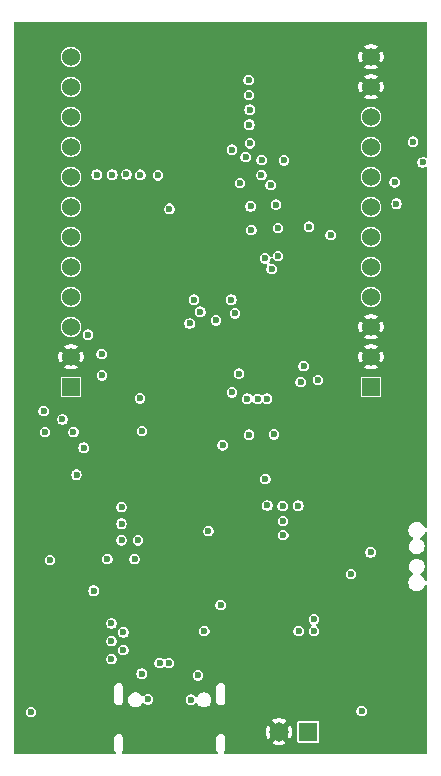
<source format=gbr>
%TF.GenerationSoftware,KiCad,Pcbnew,9.0.0*%
%TF.CreationDate,2025-04-24T13:45:02+03:00*%
%TF.ProjectId,ESP32_BOARD,45535033-325f-4424-9f41-52442e6b6963,1.0*%
%TF.SameCoordinates,Original*%
%TF.FileFunction,Copper,L2,Inr*%
%TF.FilePolarity,Positive*%
%FSLAX46Y46*%
G04 Gerber Fmt 4.6, Leading zero omitted, Abs format (unit mm)*
G04 Created by KiCad (PCBNEW 9.0.0) date 2025-04-24 13:45:02*
%MOMM*%
%LPD*%
G01*
G04 APERTURE LIST*
%TA.AperFunction,ComponentPad*%
%ADD10R,1.524000X1.524000*%
%TD*%
%TA.AperFunction,ComponentPad*%
%ADD11C,1.524000*%
%TD*%
%TA.AperFunction,ComponentPad*%
%ADD12R,1.650000X1.650000*%
%TD*%
%TA.AperFunction,ComponentPad*%
%ADD13C,1.650000*%
%TD*%
%TA.AperFunction,ViaPad*%
%ADD14C,0.600000*%
%TD*%
G04 APERTURE END LIST*
D10*
%TO.N,+3V3*%
%TO.C,ST4*%
X82719900Y-122610000D03*
D11*
%TO.N,GND*%
X82719900Y-120070000D03*
%TO.N,unconnected-(ST4-Pin_3-Pad3)*%
X82719900Y-117530000D03*
%TO.N,unconnected-(ST4-Pin_4-Pad4)*%
X82719900Y-114990000D03*
%TO.N,GPIO13*%
X82719900Y-112450000D03*
%TO.N,GPIO12*%
X82719900Y-109910000D03*
%TO.N,GPIO11*%
X82719900Y-107370000D03*
%TO.N,GPIO10*%
X82719900Y-104830000D03*
%TO.N,GPIO3*%
X82719900Y-102290000D03*
%TO.N,GPIO2*%
X82719900Y-99750000D03*
%TO.N,GPIO1*%
X82719900Y-97210000D03*
%TO.N,unconnected-(ST4-Pin_12-Pad12)*%
X82719900Y-94670000D03*
%TD*%
D10*
%TO.N,+3V3*%
%TO.C,ST5*%
X108119900Y-122610000D03*
D11*
%TO.N,GND*%
X108119900Y-120070000D03*
X108119900Y-117530000D03*
%TO.N,unconnected-(ST5-Pin_4-Pad4)*%
X108119900Y-114990000D03*
%TO.N,ESP_TP_INT*%
X108119900Y-112450000D03*
%TO.N,ESP_TP_RESET*%
X108119900Y-109910000D03*
%TO.N,I2C_SCL*%
X108119900Y-107370000D03*
%TO.N,I2C_SDA*%
X108119900Y-104830000D03*
%TO.N,U0RXD*%
X108119900Y-102290000D03*
%TO.N,U0TXD*%
X108119900Y-99750000D03*
%TO.N,GND*%
X108119900Y-97210000D03*
X108119900Y-94670000D03*
%TD*%
D12*
%TO.N,+12V*%
%TO.C,ST1*%
X102820000Y-151820000D03*
D13*
%TO.N,GND*%
X100320000Y-151820000D03*
%TD*%
D14*
%TO.N,+3V3*%
X97780000Y-97910000D03*
X97880000Y-101990000D03*
X94359949Y-134812882D03*
X98860000Y-103420000D03*
X98850000Y-104670000D03*
X83190000Y-130060000D03*
X100690000Y-135170000D03*
X88100000Y-137200000D03*
X91058548Y-107542834D03*
X97830000Y-100420000D03*
X97650000Y-123610000D03*
X88570000Y-123590000D03*
X100770000Y-103440000D03*
X80930000Y-137280000D03*
X80413000Y-124650000D03*
X87000000Y-132800000D03*
X97510000Y-103170000D03*
X100650000Y-132710000D03*
X106420000Y-138470000D03*
X97770000Y-96640000D03*
X97840000Y-99150000D03*
X108095274Y-136632129D03*
X80520000Y-126440000D03*
X97990000Y-109330000D03*
X87000000Y-134200000D03*
X85800000Y-137200000D03*
X101970000Y-132680000D03*
X100680000Y-133970000D03*
X88400000Y-135600000D03*
X99350000Y-132660000D03*
X88740000Y-126350000D03*
X99170000Y-130430000D03*
X87000000Y-135600000D03*
X99630000Y-105520000D03*
X94002000Y-143300000D03*
%TO.N,+12V*%
X103300000Y-142300000D03*
X103300000Y-143300000D03*
X95400000Y-141100000D03*
X102000000Y-143300000D03*
%TO.N,BOOT*%
X79330000Y-150140000D03*
%TO.N,/Microcontroller/SPID*%
X92770000Y-117250000D03*
X96600000Y-116400000D03*
%TO.N,/Microcontroller/SPIWP*%
X93150000Y-115240000D03*
X96300000Y-115240000D03*
%TO.N,/Microcontroller/SPICS0*%
X95010000Y-116980000D03*
X93670000Y-116260000D03*
%TO.N,GND*%
X82739822Y-145203186D03*
X95660000Y-98840000D03*
X92520000Y-133420000D03*
X106460000Y-146250000D03*
X99954827Y-144463398D03*
X84530000Y-153080000D03*
X107490000Y-142600000D03*
X97570000Y-129600000D03*
X102800000Y-126320000D03*
X96170000Y-134280000D03*
X108980000Y-140230000D03*
X103261732Y-123930879D03*
X95841085Y-100642934D03*
X100110000Y-116530000D03*
X110450000Y-153080000D03*
X95026811Y-101367896D03*
X104585917Y-128890870D03*
X105576923Y-103978469D03*
X100070000Y-130350000D03*
X96437497Y-148622823D03*
X110770000Y-134430000D03*
X108390000Y-153080000D03*
X98810000Y-115760000D03*
X112520000Y-153070000D03*
X83895000Y-132210000D03*
X94396711Y-152805029D03*
X107530000Y-144900000D03*
X87970000Y-126360000D03*
X92650000Y-123590000D03*
X100080000Y-123610000D03*
X82430000Y-153080000D03*
X84300000Y-136580000D03*
X93774936Y-97703487D03*
X86761449Y-150183816D03*
X106286407Y-126842552D03*
X93080059Y-144917176D03*
X95595621Y-142224606D03*
X104600000Y-124850000D03*
X100800000Y-96530000D03*
X97850000Y-108510000D03*
X91450000Y-131980000D03*
X95250000Y-132610000D03*
X89480000Y-141560000D03*
X90760000Y-112590000D03*
X95408047Y-150169425D03*
X92880000Y-106830000D03*
X87810000Y-152800000D03*
X87550000Y-120350000D03*
X97800000Y-128630000D03*
X89410000Y-123550000D03*
X106470000Y-141340000D03*
X84482248Y-126850000D03*
X102287649Y-101978120D03*
X83350000Y-135600000D03*
X99810000Y-100610000D03*
X85746952Y-148623423D03*
X101240000Y-99720000D03*
X94450000Y-99740000D03*
X87700000Y-123730000D03*
X80550000Y-145220000D03*
X96380617Y-152800735D03*
X103190000Y-139800000D03*
X110770000Y-136220000D03*
X85670000Y-152800000D03*
X95350000Y-105460000D03*
X106290000Y-153080000D03*
X94751485Y-96518566D03*
X104080000Y-135520000D03*
X78270000Y-153070000D03*
X81110000Y-149140000D03*
X99130000Y-122170000D03*
X86203677Y-128864353D03*
X100750000Y-101970000D03*
X103510000Y-108460000D03*
X88550000Y-142570000D03*
X94280000Y-147050000D03*
X92880000Y-109170000D03*
X81710000Y-142190000D03*
X102300000Y-138950000D03*
X106550000Y-106100000D03*
X83895000Y-134615000D03*
X97190000Y-135500000D03*
X92650000Y-126330000D03*
X89540000Y-126330000D03*
X91440000Y-111870000D03*
X95750000Y-110330000D03*
X105150000Y-134290000D03*
X102810000Y-107300000D03*
X91450000Y-134830000D03*
X82790000Y-133390000D03*
X88660000Y-108620000D03*
X104100000Y-133050000D03*
X88590000Y-144930000D03*
X88420000Y-121270000D03*
X101770000Y-97700000D03*
X99760000Y-98950000D03*
X97200000Y-133080000D03*
X82740000Y-141010000D03*
X99040000Y-102100000D03*
X80370000Y-153070000D03*
X87250000Y-147120000D03*
X81660000Y-146600000D03*
X100080000Y-128620000D03*
%TO.N,+5V*%
X92890000Y-149100000D03*
X86150000Y-144150000D03*
X87150000Y-143400000D03*
X84630000Y-139880000D03*
X86150000Y-142650000D03*
X93480000Y-147050000D03*
X86150000Y-145650000D03*
X89237430Y-149070000D03*
X87150000Y-144900000D03*
X88700000Y-146900000D03*
%TO.N,RESET*%
X97040000Y-105350000D03*
X112490000Y-103620000D03*
%TO.N,ESP_LCD_D4*%
X97930493Y-107334146D03*
%TO.N,I2C_SDA*%
X82930000Y-126430000D03*
X85320000Y-119840000D03*
X102160000Y-122210000D03*
%TO.N,ESP_TP_RESET*%
X95560000Y-127560000D03*
%TO.N,ESP_LCD_D3*%
X100260000Y-109160000D03*
%TO.N,ESP_LCD_D0*%
X99160000Y-111740000D03*
%TO.N,ESP_LCD_D2*%
X100260000Y-111550000D03*
%TO.N,ESP_LCD_D1*%
X99710000Y-112630000D03*
%TO.N,I2C_SCL*%
X102410000Y-120850000D03*
X83800000Y-127760000D03*
X85360000Y-121650000D03*
%TO.N,ESP_LCD_D{slash}C*%
X87418173Y-104634684D03*
%TO.N,GPIO0*%
X107330000Y-150050000D03*
X96360000Y-102530000D03*
X111680000Y-101860000D03*
%TO.N,U0RXD*%
X110120000Y-105290000D03*
X102870000Y-109060000D03*
%TO.N,ESP_LCD_D7*%
X96950000Y-121490000D03*
%TO.N,ESP_LCD_RES*%
X84900000Y-104650000D03*
%TO.N,ESP_LCD_D5*%
X100070000Y-107180000D03*
%TO.N,ESP_LCD_WR*%
X88595000Y-104665000D03*
%TO.N,ESP_LCD_RD*%
X90080000Y-104700000D03*
%TO.N,ESP_LCD_CS*%
X86220000Y-104650000D03*
%TO.N,U0TXD*%
X110280000Y-107110000D03*
X104710000Y-109760000D03*
%TO.N,ESP_LCD_D6*%
X96360000Y-123090000D03*
%TO.N,ESP_TP_INT*%
X82000000Y-125380000D03*
X103640000Y-122040000D03*
X84150000Y-118200000D03*
%TO.N,/Display Connector and Driver/LEDK3*%
X99329997Y-123610000D03*
%TO.N,/Display Connector and Driver/LEDK4*%
X99920464Y-126635409D03*
%TO.N,/Display Connector and Driver/LEDK2*%
X98520000Y-123640000D03*
%TO.N,/Display Connector and Driver/LEDK1*%
X97800000Y-126660000D03*
%TO.N,ESP_USB_D+*%
X90220000Y-146000000D03*
%TO.N,ESP_USB_D-*%
X91000000Y-146000000D03*
%TD*%
%TA.AperFunction,Conductor*%
%TO.N,GND*%
G36*
X112842539Y-91720185D02*
G01*
X112888294Y-91772989D01*
X112899500Y-91824500D01*
X112899500Y-103121458D01*
X112879815Y-103188497D01*
X112827011Y-103234252D01*
X112757853Y-103244196D01*
X112713500Y-103228845D01*
X112663889Y-103200202D01*
X112663890Y-103200202D01*
X112654494Y-103197684D01*
X112549309Y-103169500D01*
X112430691Y-103169500D01*
X112316114Y-103200201D01*
X112316112Y-103200201D01*
X112316112Y-103200202D01*
X112213387Y-103259511D01*
X112213384Y-103259513D01*
X112129513Y-103343384D01*
X112129511Y-103343387D01*
X112070201Y-103446114D01*
X112039500Y-103560691D01*
X112039500Y-103679309D01*
X112070201Y-103793886D01*
X112129511Y-103896613D01*
X112213387Y-103980489D01*
X112316114Y-104039799D01*
X112430691Y-104070500D01*
X112430694Y-104070500D01*
X112549306Y-104070500D01*
X112549309Y-104070500D01*
X112663886Y-104039799D01*
X112663888Y-104039797D01*
X112663890Y-104039797D01*
X112663891Y-104039796D01*
X112713499Y-104011155D01*
X112781399Y-103994681D01*
X112847426Y-104017533D01*
X112890617Y-104072453D01*
X112899500Y-104118541D01*
X112899500Y-134452747D01*
X112879815Y-134519786D01*
X112827011Y-134565541D01*
X112757853Y-134575485D01*
X112694297Y-134546460D01*
X112660939Y-134500200D01*
X112622430Y-134407231D01*
X112622425Y-134407222D01*
X112545068Y-134291450D01*
X112545065Y-134291446D01*
X112446608Y-134192989D01*
X112446604Y-134192986D01*
X112330832Y-134115629D01*
X112330823Y-134115624D01*
X112202178Y-134062338D01*
X112202172Y-134062336D01*
X112065609Y-134035172D01*
X112065607Y-134035172D01*
X111926359Y-134035172D01*
X111926357Y-134035172D01*
X111789793Y-134062336D01*
X111789787Y-134062338D01*
X111661142Y-134115624D01*
X111661133Y-134115629D01*
X111545361Y-134192986D01*
X111545357Y-134192989D01*
X111446900Y-134291446D01*
X111446897Y-134291450D01*
X111369540Y-134407222D01*
X111369535Y-134407231D01*
X111316249Y-134535876D01*
X111316247Y-134535882D01*
X111289083Y-134672445D01*
X111289083Y-134672448D01*
X111289083Y-134811696D01*
X111289083Y-134811698D01*
X111289082Y-134811698D01*
X111316247Y-134948261D01*
X111316249Y-134948267D01*
X111369535Y-135076912D01*
X111369540Y-135076921D01*
X111446897Y-135192693D01*
X111446900Y-135192697D01*
X111545357Y-135291154D01*
X111545365Y-135291160D01*
X111643925Y-135357016D01*
X111688731Y-135410628D01*
X111697438Y-135479953D01*
X111667284Y-135542980D01*
X111643927Y-135563219D01*
X111577745Y-135607441D01*
X111577739Y-135607446D01*
X111486359Y-135698826D01*
X111486356Y-135698830D01*
X111414557Y-135806284D01*
X111414550Y-135806296D01*
X111365097Y-135925689D01*
X111365094Y-135925701D01*
X111339883Y-136052445D01*
X111339883Y-136181694D01*
X111365094Y-136308438D01*
X111365097Y-136308450D01*
X111414550Y-136427843D01*
X111414557Y-136427855D01*
X111486356Y-136535309D01*
X111486359Y-136535313D01*
X111577739Y-136626693D01*
X111577743Y-136626696D01*
X111685203Y-136698499D01*
X111685205Y-136698500D01*
X111685209Y-136698502D01*
X111756844Y-136728173D01*
X111804606Y-136747957D01*
X111931358Y-136773169D01*
X111931362Y-136773170D01*
X111931363Y-136773170D01*
X112060604Y-136773170D01*
X112060605Y-136773169D01*
X112187360Y-136747957D01*
X112306763Y-136698499D01*
X112414223Y-136626696D01*
X112505609Y-136535310D01*
X112577412Y-136427850D01*
X112626870Y-136308447D01*
X112645988Y-136212331D01*
X112651500Y-136184623D01*
X112651500Y-136184621D01*
X112652083Y-136181690D01*
X112652083Y-136052450D01*
X112651500Y-136049518D01*
X112651500Y-136049516D01*
X112633791Y-135960488D01*
X112626870Y-135925693D01*
X112606540Y-135876612D01*
X112577415Y-135806296D01*
X112577413Y-135806292D01*
X112577412Y-135806290D01*
X112505609Y-135698830D01*
X112505606Y-135698826D01*
X112414226Y-135607446D01*
X112348038Y-135563220D01*
X112303234Y-135509607D01*
X112294527Y-135440282D01*
X112324682Y-135377255D01*
X112348035Y-135357019D01*
X112446605Y-135291157D01*
X112545068Y-135192694D01*
X112622429Y-135076915D01*
X112660939Y-134983943D01*
X112704780Y-134929540D01*
X112771074Y-134907475D01*
X112838773Y-134924754D01*
X112886384Y-134975891D01*
X112899500Y-135031396D01*
X112899500Y-137740440D01*
X112879815Y-137807479D01*
X112869568Y-137816357D01*
X112897328Y-137870595D01*
X112899500Y-137893703D01*
X112899500Y-138902746D01*
X112879815Y-138969785D01*
X112827011Y-139015540D01*
X112757853Y-139025484D01*
X112694297Y-138996459D01*
X112660939Y-138950199D01*
X112622430Y-138857230D01*
X112622425Y-138857221D01*
X112545068Y-138741449D01*
X112545065Y-138741445D01*
X112446608Y-138642988D01*
X112446604Y-138642985D01*
X112348038Y-138577125D01*
X112303233Y-138523513D01*
X112294526Y-138454188D01*
X112324681Y-138391160D01*
X112348033Y-138370924D01*
X112414223Y-138326698D01*
X112505609Y-138235312D01*
X112577412Y-138127852D01*
X112626870Y-138008449D01*
X112652083Y-137881692D01*
X112652083Y-137881684D01*
X112652097Y-137881552D01*
X112652125Y-137881481D01*
X112653272Y-137875717D01*
X112654365Y-137875934D01*
X112678256Y-137816764D01*
X112681600Y-137814397D01*
X112656523Y-137775375D01*
X112652097Y-137752593D01*
X112652083Y-137752457D01*
X112652083Y-137752452D01*
X112626870Y-137625695D01*
X112598256Y-137556615D01*
X112577415Y-137506298D01*
X112577413Y-137506294D01*
X112577412Y-137506292D01*
X112505609Y-137398832D01*
X112505606Y-137398828D01*
X112414226Y-137307448D01*
X112414222Y-137307445D01*
X112306768Y-137235646D01*
X112306756Y-137235639D01*
X112187363Y-137186186D01*
X112187361Y-137186185D01*
X112187360Y-137186185D01*
X112187355Y-137186184D01*
X112187351Y-137186183D01*
X112060607Y-137160972D01*
X112060603Y-137160972D01*
X111931363Y-137160972D01*
X111931358Y-137160972D01*
X111804614Y-137186183D01*
X111804602Y-137186186D01*
X111685209Y-137235639D01*
X111685197Y-137235646D01*
X111577743Y-137307445D01*
X111577739Y-137307448D01*
X111486359Y-137398828D01*
X111486356Y-137398832D01*
X111414557Y-137506286D01*
X111414550Y-137506298D01*
X111365097Y-137625691D01*
X111365094Y-137625703D01*
X111339883Y-137752447D01*
X111339883Y-137881696D01*
X111365094Y-138008440D01*
X111365097Y-138008452D01*
X111414550Y-138127845D01*
X111414557Y-138127857D01*
X111486356Y-138235311D01*
X111486359Y-138235315D01*
X111577742Y-138326698D01*
X111638688Y-138367420D01*
X111643925Y-138370920D01*
X111643927Y-138370921D01*
X111688732Y-138424533D01*
X111697439Y-138493858D01*
X111667285Y-138556885D01*
X111643927Y-138577125D01*
X111545361Y-138642985D01*
X111545357Y-138642988D01*
X111446900Y-138741445D01*
X111446897Y-138741449D01*
X111369540Y-138857221D01*
X111369535Y-138857230D01*
X111316249Y-138985875D01*
X111316247Y-138985881D01*
X111289083Y-139122444D01*
X111289083Y-139122447D01*
X111289083Y-139261695D01*
X111289083Y-139261697D01*
X111289082Y-139261697D01*
X111316247Y-139398260D01*
X111316249Y-139398266D01*
X111369535Y-139526911D01*
X111369540Y-139526920D01*
X111446897Y-139642692D01*
X111446900Y-139642696D01*
X111545357Y-139741153D01*
X111545361Y-139741156D01*
X111661133Y-139818513D01*
X111661139Y-139818516D01*
X111661140Y-139818517D01*
X111789788Y-139871805D01*
X111789792Y-139871805D01*
X111789793Y-139871806D01*
X111926356Y-139898971D01*
X111926359Y-139898971D01*
X112065609Y-139898971D01*
X112157486Y-139880694D01*
X112202178Y-139871805D01*
X112330826Y-139818517D01*
X112446605Y-139741156D01*
X112545068Y-139642693D01*
X112622429Y-139526914D01*
X112625496Y-139519511D01*
X112660939Y-139433943D01*
X112704780Y-139379539D01*
X112771074Y-139357474D01*
X112838773Y-139374753D01*
X112886384Y-139425890D01*
X112899500Y-139481395D01*
X112899500Y-153575500D01*
X112879815Y-153642539D01*
X112827011Y-153688294D01*
X112775500Y-153699500D01*
X95765548Y-153699500D01*
X95698509Y-153679815D01*
X95652754Y-153627011D01*
X95642810Y-153557853D01*
X95671835Y-153494297D01*
X95677867Y-153487819D01*
X95720078Y-153445607D01*
X95720082Y-153445602D01*
X95772739Y-153354396D01*
X95772740Y-153354393D01*
X95799999Y-153252660D01*
X95800000Y-153252659D01*
X95800000Y-152347341D01*
X95799999Y-152347339D01*
X95772740Y-152245606D01*
X95772739Y-152245603D01*
X95720082Y-152154397D01*
X95720078Y-152154392D01*
X95645607Y-152079921D01*
X95645602Y-152079917D01*
X95554396Y-152027260D01*
X95554393Y-152027259D01*
X95452660Y-152000000D01*
X95347339Y-152000000D01*
X95245606Y-152027259D01*
X95245603Y-152027260D01*
X95154397Y-152079917D01*
X95154392Y-152079921D01*
X95079921Y-152154392D01*
X95079917Y-152154397D01*
X95027260Y-152245603D01*
X95027259Y-152245606D01*
X95000000Y-152347339D01*
X95000000Y-153252660D01*
X95027259Y-153354393D01*
X95027260Y-153354396D01*
X95079917Y-153445602D01*
X95079921Y-153445607D01*
X95122133Y-153487819D01*
X95155618Y-153549142D01*
X95150634Y-153618834D01*
X95108762Y-153674767D01*
X95043298Y-153699184D01*
X95034452Y-153699500D01*
X87125548Y-153699500D01*
X87058509Y-153679815D01*
X87012754Y-153627011D01*
X87002810Y-153557853D01*
X87031835Y-153494297D01*
X87037867Y-153487819D01*
X87080078Y-153445607D01*
X87080082Y-153445602D01*
X87132739Y-153354396D01*
X87132740Y-153354393D01*
X87159999Y-153252660D01*
X87160000Y-153252659D01*
X87160000Y-152347341D01*
X87159999Y-152347339D01*
X87132740Y-152245606D01*
X87132739Y-152245603D01*
X87080082Y-152154397D01*
X87080078Y-152154392D01*
X87005607Y-152079921D01*
X87005602Y-152079917D01*
X86914396Y-152027260D01*
X86914393Y-152027259D01*
X86812660Y-152000000D01*
X86707339Y-152000000D01*
X86605606Y-152027259D01*
X86605603Y-152027260D01*
X86514397Y-152079917D01*
X86514392Y-152079921D01*
X86439921Y-152154392D01*
X86439917Y-152154397D01*
X86387260Y-152245603D01*
X86387259Y-152245606D01*
X86360000Y-152347339D01*
X86360000Y-153252660D01*
X86387259Y-153354393D01*
X86387260Y-153354396D01*
X86439917Y-153445602D01*
X86439921Y-153445607D01*
X86482133Y-153487819D01*
X86515618Y-153549142D01*
X86510634Y-153618834D01*
X86468762Y-153674767D01*
X86403298Y-153699184D01*
X86394452Y-153699500D01*
X78024500Y-153699500D01*
X77957461Y-153679815D01*
X77911706Y-153627011D01*
X77900500Y-153575500D01*
X77900500Y-151731455D01*
X99195000Y-151731455D01*
X99195000Y-151908544D01*
X99222701Y-152083439D01*
X99277419Y-152251847D01*
X99277423Y-152251855D01*
X99357808Y-152409621D01*
X99357816Y-152409635D01*
X99365809Y-152420634D01*
X99365811Y-152420635D01*
X99796212Y-151990233D01*
X99807482Y-152032292D01*
X99879890Y-152157708D01*
X99982292Y-152260110D01*
X100107708Y-152332518D01*
X100149766Y-152343787D01*
X99719364Y-152774189D01*
X99730368Y-152782185D01*
X99888149Y-152862579D01*
X99888152Y-152862580D01*
X100056560Y-152917298D01*
X100231456Y-152945000D01*
X100408544Y-152945000D01*
X100583439Y-152917298D01*
X100751847Y-152862580D01*
X100751850Y-152862578D01*
X100909633Y-152782184D01*
X100920634Y-152774189D01*
X100920635Y-152774188D01*
X100490234Y-152343787D01*
X100532292Y-152332518D01*
X100657708Y-152260110D01*
X100760110Y-152157708D01*
X100832518Y-152032292D01*
X100843787Y-151990233D01*
X101274189Y-152420635D01*
X101274189Y-152420634D01*
X101282184Y-152409633D01*
X101362578Y-152251850D01*
X101362580Y-152251847D01*
X101417298Y-152083439D01*
X101445000Y-151908544D01*
X101445000Y-151731455D01*
X101417298Y-151556560D01*
X101362580Y-151388152D01*
X101362579Y-151388149D01*
X101282185Y-151230368D01*
X101274189Y-151219364D01*
X100843787Y-151649765D01*
X100832518Y-151607708D01*
X100760110Y-151482292D01*
X100657708Y-151379890D01*
X100532292Y-151307482D01*
X100490234Y-151296212D01*
X100801348Y-150985098D01*
X101894500Y-150985098D01*
X101894500Y-152654894D01*
X101894501Y-152654902D01*
X101900330Y-152684212D01*
X101922542Y-152717457D01*
X101939219Y-152728599D01*
X101955787Y-152739669D01*
X101955790Y-152739669D01*
X101955791Y-152739670D01*
X101965647Y-152741630D01*
X101985101Y-152745500D01*
X103654898Y-152745499D01*
X103684213Y-152739669D01*
X103717457Y-152717457D01*
X103739669Y-152684213D01*
X103745500Y-152654899D01*
X103745499Y-150985102D01*
X103739669Y-150955787D01*
X103739668Y-150955785D01*
X103717457Y-150922542D01*
X103684214Y-150900332D01*
X103684215Y-150900332D01*
X103684213Y-150900331D01*
X103684211Y-150900330D01*
X103684208Y-150900329D01*
X103654901Y-150894500D01*
X101985105Y-150894500D01*
X101985097Y-150894501D01*
X101955787Y-150900330D01*
X101922542Y-150922542D01*
X101900332Y-150955785D01*
X101900329Y-150955791D01*
X101894500Y-150985098D01*
X100801348Y-150985098D01*
X100895118Y-150891328D01*
X100920635Y-150865810D01*
X100920634Y-150865809D01*
X100909635Y-150857816D01*
X100909621Y-150857808D01*
X100751855Y-150777423D01*
X100751847Y-150777419D01*
X100583439Y-150722701D01*
X100408544Y-150695000D01*
X100231456Y-150695000D01*
X100056560Y-150722701D01*
X99888152Y-150777419D01*
X99888149Y-150777421D01*
X99730366Y-150857815D01*
X99719364Y-150865809D01*
X99719363Y-150865810D01*
X100149766Y-151296212D01*
X100107708Y-151307482D01*
X99982292Y-151379890D01*
X99879890Y-151482292D01*
X99807482Y-151607708D01*
X99796212Y-151649765D01*
X99365810Y-151219363D01*
X99365809Y-151219364D01*
X99357815Y-151230366D01*
X99277421Y-151388149D01*
X99277419Y-151388152D01*
X99222701Y-151556560D01*
X99195000Y-151731455D01*
X77900500Y-151731455D01*
X77900500Y-150080691D01*
X78879500Y-150080691D01*
X78879500Y-150199309D01*
X78910201Y-150313886D01*
X78969511Y-150416613D01*
X79053387Y-150500489D01*
X79156114Y-150559799D01*
X79270691Y-150590500D01*
X79270694Y-150590500D01*
X79389306Y-150590500D01*
X79389309Y-150590500D01*
X79503886Y-150559799D01*
X79606613Y-150500489D01*
X79690489Y-150416613D01*
X79749799Y-150313886D01*
X79780500Y-150199309D01*
X79780500Y-150080691D01*
X79756384Y-149990691D01*
X106879500Y-149990691D01*
X106879500Y-150109309D01*
X106910201Y-150223886D01*
X106969511Y-150326613D01*
X107053387Y-150410489D01*
X107156114Y-150469799D01*
X107270691Y-150500500D01*
X107270694Y-150500500D01*
X107389306Y-150500500D01*
X107389309Y-150500500D01*
X107503886Y-150469799D01*
X107606613Y-150410489D01*
X107690489Y-150326613D01*
X107749799Y-150223886D01*
X107780500Y-150109309D01*
X107780500Y-149990691D01*
X107749799Y-149876114D01*
X107690489Y-149773387D01*
X107606613Y-149689511D01*
X107503886Y-149630201D01*
X107389309Y-149599500D01*
X107270691Y-149599500D01*
X107156114Y-149630201D01*
X107156112Y-149630201D01*
X107156112Y-149630202D01*
X107053387Y-149689511D01*
X107053384Y-149689513D01*
X106969513Y-149773384D01*
X106969511Y-149773387D01*
X106910201Y-149876114D01*
X106879500Y-149990691D01*
X79756384Y-149990691D01*
X79749799Y-149966114D01*
X79690489Y-149863387D01*
X79606613Y-149779511D01*
X79503886Y-149720201D01*
X79389309Y-149689500D01*
X79270691Y-149689500D01*
X79156114Y-149720201D01*
X79156112Y-149720201D01*
X79156112Y-149720202D01*
X79053387Y-149779511D01*
X79053384Y-149779513D01*
X78969513Y-149863384D01*
X78969511Y-149863387D01*
X78910201Y-149966114D01*
X78879500Y-150080691D01*
X77900500Y-150080691D01*
X77900500Y-148017339D01*
X86360000Y-148017339D01*
X86360000Y-149222660D01*
X86387259Y-149324393D01*
X86387260Y-149324396D01*
X86439917Y-149415602D01*
X86439921Y-149415607D01*
X86514392Y-149490078D01*
X86514397Y-149490082D01*
X86605603Y-149542739D01*
X86605606Y-149542740D01*
X86707339Y-149569999D01*
X86707341Y-149570000D01*
X86812659Y-149570000D01*
X86812660Y-149569999D01*
X86914393Y-149542740D01*
X86914396Y-149542739D01*
X87005602Y-149490082D01*
X87005607Y-149490078D01*
X87080078Y-149415607D01*
X87080082Y-149415602D01*
X87132739Y-149324396D01*
X87132740Y-149324393D01*
X87159999Y-149222660D01*
X87160000Y-149222659D01*
X87160000Y-149058389D01*
X87564500Y-149058389D01*
X87564500Y-149181610D01*
X87588535Y-149302444D01*
X87588538Y-149302454D01*
X87635687Y-149416283D01*
X87635692Y-149416292D01*
X87704141Y-149518732D01*
X87704144Y-149518736D01*
X87791263Y-149605855D01*
X87791267Y-149605858D01*
X87893707Y-149674307D01*
X87893713Y-149674310D01*
X87893714Y-149674311D01*
X88007548Y-149721463D01*
X88128389Y-149745499D01*
X88128393Y-149745500D01*
X88128394Y-149745500D01*
X88251607Y-149745500D01*
X88251608Y-149745499D01*
X88372452Y-149721463D01*
X88486286Y-149674311D01*
X88588733Y-149605858D01*
X88675858Y-149518733D01*
X88741399Y-149420643D01*
X88795011Y-149375839D01*
X88864336Y-149367132D01*
X88927363Y-149397286D01*
X88932182Y-149401854D01*
X88960817Y-149430489D01*
X89063544Y-149489799D01*
X89178121Y-149520500D01*
X89178124Y-149520500D01*
X89296736Y-149520500D01*
X89296739Y-149520500D01*
X89411316Y-149489799D01*
X89514043Y-149430489D01*
X89597919Y-149346613D01*
X89657229Y-149243886D01*
X89687930Y-149129309D01*
X89687930Y-149040691D01*
X92439500Y-149040691D01*
X92439500Y-149159309D01*
X92470201Y-149273886D01*
X92529511Y-149376613D01*
X92613387Y-149460489D01*
X92716114Y-149519799D01*
X92830691Y-149550500D01*
X92830694Y-149550500D01*
X92949306Y-149550500D01*
X92949309Y-149550500D01*
X93063886Y-149519799D01*
X93166613Y-149460489D01*
X93226791Y-149400310D01*
X93288110Y-149366828D01*
X93357802Y-149371812D01*
X93413736Y-149413683D01*
X93417571Y-149419103D01*
X93484141Y-149518732D01*
X93484144Y-149518736D01*
X93571263Y-149605855D01*
X93571267Y-149605858D01*
X93673707Y-149674307D01*
X93673713Y-149674310D01*
X93673714Y-149674311D01*
X93787548Y-149721463D01*
X93908389Y-149745499D01*
X93908393Y-149745500D01*
X93908394Y-149745500D01*
X94031607Y-149745500D01*
X94031608Y-149745499D01*
X94152452Y-149721463D01*
X94266286Y-149674311D01*
X94368733Y-149605858D01*
X94455858Y-149518733D01*
X94524311Y-149416286D01*
X94571463Y-149302452D01*
X94595500Y-149181606D01*
X94595500Y-149058394D01*
X94571463Y-148937548D01*
X94524311Y-148823714D01*
X94524310Y-148823713D01*
X94524307Y-148823707D01*
X94455858Y-148721267D01*
X94455855Y-148721263D01*
X94368736Y-148634144D01*
X94368732Y-148634141D01*
X94266292Y-148565692D01*
X94266283Y-148565687D01*
X94152454Y-148518538D01*
X94152455Y-148518538D01*
X94152452Y-148518537D01*
X94152448Y-148518536D01*
X94152444Y-148518535D01*
X94031610Y-148494500D01*
X94031606Y-148494500D01*
X93908394Y-148494500D01*
X93908389Y-148494500D01*
X93787555Y-148518535D01*
X93787545Y-148518538D01*
X93673716Y-148565687D01*
X93673707Y-148565692D01*
X93571267Y-148634141D01*
X93571263Y-148634144D01*
X93484144Y-148721263D01*
X93484139Y-148721270D01*
X93433591Y-148796918D01*
X93379978Y-148841723D01*
X93310653Y-148850429D01*
X93247626Y-148820273D01*
X93242809Y-148815707D01*
X93166615Y-148739513D01*
X93166613Y-148739511D01*
X93063886Y-148680201D01*
X92949309Y-148649500D01*
X92830691Y-148649500D01*
X92716114Y-148680201D01*
X92716112Y-148680201D01*
X92716112Y-148680202D01*
X92613387Y-148739511D01*
X92613384Y-148739513D01*
X92529513Y-148823384D01*
X92529511Y-148823387D01*
X92470201Y-148926114D01*
X92439500Y-149040691D01*
X89687930Y-149040691D01*
X89687930Y-149010691D01*
X89657229Y-148896114D01*
X89597919Y-148793387D01*
X89514043Y-148709511D01*
X89411316Y-148650201D01*
X89296739Y-148619500D01*
X89178121Y-148619500D01*
X89063544Y-148650201D01*
X89063542Y-148650201D01*
X89063542Y-148650202D01*
X88960817Y-148709511D01*
X88892127Y-148778201D01*
X88830803Y-148811685D01*
X88761112Y-148806700D01*
X88705178Y-148764829D01*
X88701355Y-148759426D01*
X88675858Y-148721267D01*
X88675856Y-148721264D01*
X88588736Y-148634144D01*
X88588732Y-148634141D01*
X88486292Y-148565692D01*
X88486283Y-148565687D01*
X88372454Y-148518538D01*
X88372455Y-148518538D01*
X88372452Y-148518537D01*
X88372448Y-148518536D01*
X88372444Y-148518535D01*
X88251610Y-148494500D01*
X88251606Y-148494500D01*
X88128394Y-148494500D01*
X88128389Y-148494500D01*
X88007555Y-148518535D01*
X88007545Y-148518538D01*
X87893716Y-148565687D01*
X87893707Y-148565692D01*
X87791267Y-148634141D01*
X87791263Y-148634144D01*
X87704144Y-148721263D01*
X87704141Y-148721267D01*
X87635692Y-148823707D01*
X87635687Y-148823716D01*
X87588538Y-148937545D01*
X87588535Y-148937555D01*
X87564500Y-149058389D01*
X87160000Y-149058389D01*
X87160000Y-148017341D01*
X87159999Y-148017339D01*
X95000000Y-148017339D01*
X95000000Y-149222660D01*
X95027259Y-149324393D01*
X95027260Y-149324396D01*
X95079917Y-149415602D01*
X95079921Y-149415607D01*
X95154392Y-149490078D01*
X95154397Y-149490082D01*
X95245603Y-149542739D01*
X95245606Y-149542740D01*
X95347339Y-149569999D01*
X95347341Y-149570000D01*
X95452659Y-149570000D01*
X95452660Y-149569999D01*
X95554393Y-149542740D01*
X95554396Y-149542739D01*
X95645602Y-149490082D01*
X95645607Y-149490078D01*
X95720078Y-149415607D01*
X95720082Y-149415602D01*
X95772739Y-149324396D01*
X95772740Y-149324393D01*
X95799999Y-149222660D01*
X95800000Y-149222659D01*
X95800000Y-148017341D01*
X95799999Y-148017339D01*
X95772740Y-147915606D01*
X95772739Y-147915603D01*
X95720082Y-147824397D01*
X95720078Y-147824392D01*
X95645607Y-147749921D01*
X95645602Y-147749917D01*
X95554396Y-147697260D01*
X95554393Y-147697259D01*
X95452660Y-147670000D01*
X95347339Y-147670000D01*
X95245606Y-147697259D01*
X95245603Y-147697260D01*
X95154397Y-147749917D01*
X95154392Y-147749921D01*
X95079921Y-147824392D01*
X95079917Y-147824397D01*
X95027260Y-147915603D01*
X95027259Y-147915606D01*
X95000000Y-148017339D01*
X87159999Y-148017339D01*
X87132740Y-147915606D01*
X87132739Y-147915603D01*
X87080082Y-147824397D01*
X87080078Y-147824392D01*
X87005607Y-147749921D01*
X87005602Y-147749917D01*
X86914396Y-147697260D01*
X86914393Y-147697259D01*
X86812660Y-147670000D01*
X86707339Y-147670000D01*
X86605606Y-147697259D01*
X86605603Y-147697260D01*
X86514397Y-147749917D01*
X86514392Y-147749921D01*
X86439921Y-147824392D01*
X86439917Y-147824397D01*
X86387260Y-147915603D01*
X86387259Y-147915606D01*
X86360000Y-148017339D01*
X77900500Y-148017339D01*
X77900500Y-146840691D01*
X88249500Y-146840691D01*
X88249500Y-146959309D01*
X88280201Y-147073886D01*
X88339511Y-147176613D01*
X88423387Y-147260489D01*
X88526114Y-147319799D01*
X88640691Y-147350500D01*
X88640694Y-147350500D01*
X88759306Y-147350500D01*
X88759309Y-147350500D01*
X88873886Y-147319799D01*
X88976613Y-147260489D01*
X89060489Y-147176613D01*
X89119799Y-147073886D01*
X89142091Y-146990691D01*
X93029500Y-146990691D01*
X93029500Y-147109309D01*
X93060201Y-147223886D01*
X93119511Y-147326613D01*
X93203387Y-147410489D01*
X93306114Y-147469799D01*
X93420691Y-147500500D01*
X93420694Y-147500500D01*
X93539306Y-147500500D01*
X93539309Y-147500500D01*
X93653886Y-147469799D01*
X93756613Y-147410489D01*
X93840489Y-147326613D01*
X93899799Y-147223886D01*
X93930500Y-147109309D01*
X93930500Y-146990691D01*
X93899799Y-146876114D01*
X93840489Y-146773387D01*
X93756613Y-146689511D01*
X93653886Y-146630201D01*
X93539309Y-146599500D01*
X93420691Y-146599500D01*
X93306114Y-146630201D01*
X93306112Y-146630201D01*
X93306112Y-146630202D01*
X93203387Y-146689511D01*
X93203384Y-146689513D01*
X93119513Y-146773384D01*
X93119511Y-146773387D01*
X93080652Y-146840693D01*
X93060201Y-146876114D01*
X93029500Y-146990691D01*
X89142091Y-146990691D01*
X89150500Y-146959309D01*
X89150500Y-146840691D01*
X89119799Y-146726114D01*
X89060489Y-146623387D01*
X88976613Y-146539511D01*
X88873886Y-146480201D01*
X88759309Y-146449500D01*
X88640691Y-146449500D01*
X88526114Y-146480201D01*
X88526112Y-146480201D01*
X88526112Y-146480202D01*
X88423387Y-146539511D01*
X88423384Y-146539513D01*
X88339513Y-146623384D01*
X88339511Y-146623387D01*
X88280201Y-146726114D01*
X88249500Y-146840691D01*
X77900500Y-146840691D01*
X77900500Y-145590691D01*
X85699500Y-145590691D01*
X85699500Y-145709309D01*
X85730201Y-145823886D01*
X85789511Y-145926613D01*
X85873387Y-146010489D01*
X85976114Y-146069799D01*
X86090691Y-146100500D01*
X86090694Y-146100500D01*
X86209306Y-146100500D01*
X86209309Y-146100500D01*
X86323886Y-146069799D01*
X86426613Y-146010489D01*
X86496411Y-145940691D01*
X89769500Y-145940691D01*
X89769500Y-146059309D01*
X89800201Y-146173886D01*
X89859511Y-146276613D01*
X89943387Y-146360489D01*
X90046114Y-146419799D01*
X90160691Y-146450500D01*
X90160694Y-146450500D01*
X90279306Y-146450500D01*
X90279309Y-146450500D01*
X90393886Y-146419799D01*
X90496613Y-146360489D01*
X90522319Y-146334783D01*
X90583642Y-146301298D01*
X90653334Y-146306282D01*
X90697681Y-146334783D01*
X90723387Y-146360489D01*
X90826114Y-146419799D01*
X90940691Y-146450500D01*
X90940694Y-146450500D01*
X91059306Y-146450500D01*
X91059309Y-146450500D01*
X91173886Y-146419799D01*
X91276613Y-146360489D01*
X91360489Y-146276613D01*
X91419799Y-146173886D01*
X91450500Y-146059309D01*
X91450500Y-145940691D01*
X91419799Y-145826114D01*
X91360489Y-145723387D01*
X91276613Y-145639511D01*
X91173886Y-145580201D01*
X91059309Y-145549500D01*
X90940691Y-145549500D01*
X90826114Y-145580201D01*
X90826112Y-145580201D01*
X90826112Y-145580202D01*
X90723387Y-145639511D01*
X90723384Y-145639513D01*
X90697681Y-145665217D01*
X90636358Y-145698702D01*
X90566666Y-145693718D01*
X90522319Y-145665217D01*
X90496615Y-145639513D01*
X90496613Y-145639511D01*
X90393886Y-145580201D01*
X90279309Y-145549500D01*
X90160691Y-145549500D01*
X90046114Y-145580201D01*
X90046112Y-145580201D01*
X90046112Y-145580202D01*
X89943387Y-145639511D01*
X89943384Y-145639513D01*
X89859513Y-145723384D01*
X89859511Y-145723387D01*
X89801486Y-145823889D01*
X89800201Y-145826114D01*
X89769500Y-145940691D01*
X86496411Y-145940691D01*
X86510489Y-145926613D01*
X86511554Y-145924767D01*
X86542851Y-145870563D01*
X86564955Y-145832274D01*
X86569799Y-145823886D01*
X86600500Y-145709309D01*
X86600500Y-145590691D01*
X86569799Y-145476114D01*
X86510489Y-145373387D01*
X86426613Y-145289511D01*
X86323886Y-145230201D01*
X86209309Y-145199500D01*
X86090691Y-145199500D01*
X85976114Y-145230201D01*
X85976112Y-145230201D01*
X85976112Y-145230202D01*
X85873387Y-145289511D01*
X85873384Y-145289513D01*
X85789513Y-145373384D01*
X85789511Y-145373387D01*
X85730201Y-145476114D01*
X85699500Y-145590691D01*
X77900500Y-145590691D01*
X77900500Y-144840691D01*
X86699500Y-144840691D01*
X86699500Y-144959309D01*
X86730201Y-145073886D01*
X86789511Y-145176613D01*
X86873387Y-145260489D01*
X86976114Y-145319799D01*
X87090691Y-145350500D01*
X87090694Y-145350500D01*
X87209306Y-145350500D01*
X87209309Y-145350500D01*
X87323886Y-145319799D01*
X87426613Y-145260489D01*
X87510489Y-145176613D01*
X87569799Y-145073886D01*
X87600500Y-144959309D01*
X87600500Y-144840691D01*
X87569799Y-144726114D01*
X87510489Y-144623387D01*
X87426613Y-144539511D01*
X87323886Y-144480201D01*
X87209309Y-144449500D01*
X87090691Y-144449500D01*
X86976114Y-144480201D01*
X86976112Y-144480201D01*
X86976112Y-144480202D01*
X86873387Y-144539511D01*
X86873384Y-144539513D01*
X86789513Y-144623384D01*
X86789511Y-144623387D01*
X86730201Y-144726114D01*
X86699500Y-144840691D01*
X77900500Y-144840691D01*
X77900500Y-144090691D01*
X85699500Y-144090691D01*
X85699500Y-144209309D01*
X85730201Y-144323886D01*
X85789511Y-144426613D01*
X85873387Y-144510489D01*
X85976114Y-144569799D01*
X86090691Y-144600500D01*
X86090694Y-144600500D01*
X86209306Y-144600500D01*
X86209309Y-144600500D01*
X86323886Y-144569799D01*
X86426613Y-144510489D01*
X86510489Y-144426613D01*
X86569799Y-144323886D01*
X86600500Y-144209309D01*
X86600500Y-144090691D01*
X86569799Y-143976114D01*
X86510489Y-143873387D01*
X86426613Y-143789511D01*
X86323886Y-143730201D01*
X86209309Y-143699500D01*
X86090691Y-143699500D01*
X85976114Y-143730201D01*
X85976112Y-143730201D01*
X85976112Y-143730202D01*
X85873387Y-143789511D01*
X85873384Y-143789513D01*
X85789513Y-143873384D01*
X85789511Y-143873387D01*
X85730201Y-143976114D01*
X85699500Y-144090691D01*
X77900500Y-144090691D01*
X77900500Y-143340691D01*
X86699500Y-143340691D01*
X86699500Y-143459309D01*
X86730201Y-143573886D01*
X86789511Y-143676613D01*
X86873387Y-143760489D01*
X86976114Y-143819799D01*
X87090691Y-143850500D01*
X87090694Y-143850500D01*
X87209306Y-143850500D01*
X87209309Y-143850500D01*
X87323886Y-143819799D01*
X87426613Y-143760489D01*
X87510489Y-143676613D01*
X87569799Y-143573886D01*
X87600500Y-143459309D01*
X87600500Y-143340691D01*
X87573705Y-143240691D01*
X93551500Y-143240691D01*
X93551500Y-143359309D01*
X93582201Y-143473886D01*
X93641511Y-143576613D01*
X93725387Y-143660489D01*
X93828114Y-143719799D01*
X93942691Y-143750500D01*
X93942694Y-143750500D01*
X94061306Y-143750500D01*
X94061309Y-143750500D01*
X94175886Y-143719799D01*
X94278613Y-143660489D01*
X94362489Y-143576613D01*
X94421799Y-143473886D01*
X94452500Y-143359309D01*
X94452500Y-143240691D01*
X101549500Y-143240691D01*
X101549500Y-143359309D01*
X101580201Y-143473886D01*
X101639511Y-143576613D01*
X101723387Y-143660489D01*
X101826114Y-143719799D01*
X101940691Y-143750500D01*
X101940694Y-143750500D01*
X102059306Y-143750500D01*
X102059309Y-143750500D01*
X102173886Y-143719799D01*
X102276613Y-143660489D01*
X102360489Y-143576613D01*
X102419799Y-143473886D01*
X102450500Y-143359309D01*
X102450500Y-143240691D01*
X102419799Y-143126114D01*
X102360489Y-143023387D01*
X102276613Y-142939511D01*
X102173886Y-142880201D01*
X102059309Y-142849500D01*
X101940691Y-142849500D01*
X101826114Y-142880201D01*
X101826112Y-142880201D01*
X101826112Y-142880202D01*
X101723387Y-142939511D01*
X101723384Y-142939513D01*
X101639513Y-143023384D01*
X101639511Y-143023387D01*
X101580201Y-143126114D01*
X101549500Y-143240691D01*
X94452500Y-143240691D01*
X94421799Y-143126114D01*
X94362489Y-143023387D01*
X94278613Y-142939511D01*
X94175886Y-142880201D01*
X94061309Y-142849500D01*
X93942691Y-142849500D01*
X93828114Y-142880201D01*
X93828112Y-142880201D01*
X93828112Y-142880202D01*
X93725387Y-142939511D01*
X93725384Y-142939513D01*
X93641513Y-143023384D01*
X93641511Y-143023387D01*
X93582201Y-143126114D01*
X93551500Y-143240691D01*
X87573705Y-143240691D01*
X87569799Y-143226114D01*
X87510489Y-143123387D01*
X87426613Y-143039511D01*
X87323886Y-142980201D01*
X87209309Y-142949500D01*
X87090691Y-142949500D01*
X86976114Y-142980201D01*
X86976112Y-142980201D01*
X86976112Y-142980202D01*
X86873387Y-143039511D01*
X86873384Y-143039513D01*
X86789513Y-143123384D01*
X86789511Y-143123387D01*
X86730201Y-143226114D01*
X86699500Y-143340691D01*
X77900500Y-143340691D01*
X77900500Y-142590691D01*
X85699500Y-142590691D01*
X85699500Y-142709309D01*
X85730201Y-142823886D01*
X85789511Y-142926613D01*
X85873387Y-143010489D01*
X85976114Y-143069799D01*
X86090691Y-143100500D01*
X86090694Y-143100500D01*
X86209306Y-143100500D01*
X86209309Y-143100500D01*
X86323886Y-143069799D01*
X86426613Y-143010489D01*
X86510489Y-142926613D01*
X86569799Y-142823886D01*
X86600500Y-142709309D01*
X86600500Y-142590691D01*
X86569799Y-142476114D01*
X86510489Y-142373387D01*
X86426613Y-142289511D01*
X86342055Y-142240691D01*
X102849500Y-142240691D01*
X102849500Y-142359309D01*
X102880201Y-142473886D01*
X102939511Y-142576613D01*
X103023387Y-142660489D01*
X103079027Y-142692613D01*
X103127242Y-142743181D01*
X103140464Y-142811788D01*
X103114496Y-142876653D01*
X103079027Y-142907387D01*
X103023387Y-142939511D01*
X103023384Y-142939513D01*
X102939513Y-143023384D01*
X102939511Y-143023387D01*
X102880201Y-143126114D01*
X102849500Y-143240691D01*
X102849500Y-143359309D01*
X102880201Y-143473886D01*
X102939511Y-143576613D01*
X103023387Y-143660489D01*
X103126114Y-143719799D01*
X103240691Y-143750500D01*
X103240694Y-143750500D01*
X103359306Y-143750500D01*
X103359309Y-143750500D01*
X103473886Y-143719799D01*
X103576613Y-143660489D01*
X103660489Y-143576613D01*
X103719799Y-143473886D01*
X103750500Y-143359309D01*
X103750500Y-143240691D01*
X103719799Y-143126114D01*
X103660489Y-143023387D01*
X103576613Y-142939511D01*
X103520972Y-142907386D01*
X103472757Y-142856820D01*
X103459535Y-142788213D01*
X103485503Y-142723348D01*
X103520973Y-142692613D01*
X103576613Y-142660489D01*
X103660489Y-142576613D01*
X103719799Y-142473886D01*
X103750500Y-142359309D01*
X103750500Y-142240691D01*
X103719799Y-142126114D01*
X103660489Y-142023387D01*
X103576613Y-141939511D01*
X103473886Y-141880201D01*
X103359309Y-141849500D01*
X103240691Y-141849500D01*
X103126114Y-141880201D01*
X103126112Y-141880201D01*
X103126112Y-141880202D01*
X103023387Y-141939511D01*
X103023384Y-141939513D01*
X102939513Y-142023384D01*
X102939511Y-142023387D01*
X102880201Y-142126114D01*
X102849500Y-142240691D01*
X86342055Y-142240691D01*
X86323886Y-142230201D01*
X86209309Y-142199500D01*
X86090691Y-142199500D01*
X85976114Y-142230201D01*
X85976112Y-142230201D01*
X85976112Y-142230202D01*
X85873387Y-142289511D01*
X85873384Y-142289513D01*
X85789513Y-142373384D01*
X85789511Y-142373387D01*
X85730201Y-142476114D01*
X85699500Y-142590691D01*
X77900500Y-142590691D01*
X77900500Y-141040691D01*
X94949500Y-141040691D01*
X94949500Y-141159309D01*
X94980201Y-141273886D01*
X95039511Y-141376613D01*
X95123387Y-141460489D01*
X95226114Y-141519799D01*
X95340691Y-141550500D01*
X95340694Y-141550500D01*
X95459306Y-141550500D01*
X95459309Y-141550500D01*
X95573886Y-141519799D01*
X95676613Y-141460489D01*
X95760489Y-141376613D01*
X95819799Y-141273886D01*
X95850500Y-141159309D01*
X95850500Y-141040691D01*
X95819799Y-140926114D01*
X95760489Y-140823387D01*
X95676613Y-140739511D01*
X95573886Y-140680201D01*
X95459309Y-140649500D01*
X95340691Y-140649500D01*
X95226114Y-140680201D01*
X95226112Y-140680201D01*
X95226112Y-140680202D01*
X95123387Y-140739511D01*
X95123384Y-140739513D01*
X95039513Y-140823384D01*
X95039511Y-140823387D01*
X94980201Y-140926114D01*
X94949500Y-141040691D01*
X77900500Y-141040691D01*
X77900500Y-139820691D01*
X84179500Y-139820691D01*
X84179500Y-139939309D01*
X84210201Y-140053886D01*
X84269511Y-140156613D01*
X84353387Y-140240489D01*
X84456114Y-140299799D01*
X84570691Y-140330500D01*
X84570694Y-140330500D01*
X84689306Y-140330500D01*
X84689309Y-140330500D01*
X84803886Y-140299799D01*
X84906613Y-140240489D01*
X84990489Y-140156613D01*
X85049799Y-140053886D01*
X85080500Y-139939309D01*
X85080500Y-139820691D01*
X85049799Y-139706114D01*
X84990489Y-139603387D01*
X84906613Y-139519511D01*
X84803886Y-139460201D01*
X84689309Y-139429500D01*
X84570691Y-139429500D01*
X84456114Y-139460201D01*
X84456112Y-139460201D01*
X84456112Y-139460202D01*
X84353387Y-139519511D01*
X84353384Y-139519513D01*
X84269513Y-139603384D01*
X84269511Y-139603387D01*
X84210201Y-139706114D01*
X84179500Y-139820691D01*
X77900500Y-139820691D01*
X77900500Y-138410691D01*
X105969500Y-138410691D01*
X105969500Y-138529309D01*
X106000201Y-138643886D01*
X106059511Y-138746613D01*
X106143387Y-138830489D01*
X106246114Y-138889799D01*
X106360691Y-138920500D01*
X106360694Y-138920500D01*
X106479306Y-138920500D01*
X106479309Y-138920500D01*
X106593886Y-138889799D01*
X106696613Y-138830489D01*
X106780489Y-138746613D01*
X106839799Y-138643886D01*
X106870500Y-138529309D01*
X106870500Y-138410691D01*
X106839799Y-138296114D01*
X106780489Y-138193387D01*
X106696613Y-138109511D01*
X106593886Y-138050201D01*
X106479309Y-138019500D01*
X106360691Y-138019500D01*
X106246114Y-138050201D01*
X106246112Y-138050201D01*
X106246112Y-138050202D01*
X106143387Y-138109511D01*
X106143384Y-138109513D01*
X106059513Y-138193384D01*
X106059511Y-138193387D01*
X106000201Y-138296114D01*
X105969500Y-138410691D01*
X77900500Y-138410691D01*
X77900500Y-137220691D01*
X80479500Y-137220691D01*
X80479500Y-137339309D01*
X80510201Y-137453886D01*
X80569511Y-137556613D01*
X80653387Y-137640489D01*
X80756114Y-137699799D01*
X80870691Y-137730500D01*
X80870694Y-137730500D01*
X80989306Y-137730500D01*
X80989309Y-137730500D01*
X81103886Y-137699799D01*
X81206613Y-137640489D01*
X81290489Y-137556613D01*
X81349799Y-137453886D01*
X81380500Y-137339309D01*
X81380500Y-137220691D01*
X81359064Y-137140691D01*
X85349500Y-137140691D01*
X85349500Y-137259309D01*
X85380201Y-137373886D01*
X85439511Y-137476613D01*
X85523387Y-137560489D01*
X85626114Y-137619799D01*
X85740691Y-137650500D01*
X85740694Y-137650500D01*
X85859306Y-137650500D01*
X85859309Y-137650500D01*
X85973886Y-137619799D01*
X86076613Y-137560489D01*
X86160489Y-137476613D01*
X86219799Y-137373886D01*
X86250500Y-137259309D01*
X86250500Y-137140691D01*
X87649500Y-137140691D01*
X87649500Y-137259309D01*
X87680201Y-137373886D01*
X87739511Y-137476613D01*
X87823387Y-137560489D01*
X87926114Y-137619799D01*
X88040691Y-137650500D01*
X88040694Y-137650500D01*
X88159306Y-137650500D01*
X88159309Y-137650500D01*
X88273886Y-137619799D01*
X88376613Y-137560489D01*
X88460489Y-137476613D01*
X88519799Y-137373886D01*
X88550500Y-137259309D01*
X88550500Y-137140691D01*
X88519799Y-137026114D01*
X88460489Y-136923387D01*
X88376613Y-136839511D01*
X88273886Y-136780201D01*
X88159309Y-136749500D01*
X88040691Y-136749500D01*
X87926114Y-136780201D01*
X87926112Y-136780201D01*
X87926112Y-136780202D01*
X87823387Y-136839511D01*
X87823384Y-136839513D01*
X87739513Y-136923384D01*
X87739511Y-136923387D01*
X87693323Y-137003387D01*
X87680201Y-137026114D01*
X87649500Y-137140691D01*
X86250500Y-137140691D01*
X86219799Y-137026114D01*
X86160489Y-136923387D01*
X86076613Y-136839511D01*
X85973886Y-136780201D01*
X85859309Y-136749500D01*
X85740691Y-136749500D01*
X85626114Y-136780201D01*
X85626112Y-136780201D01*
X85626112Y-136780202D01*
X85523387Y-136839511D01*
X85523384Y-136839513D01*
X85439513Y-136923384D01*
X85439511Y-136923387D01*
X85393323Y-137003387D01*
X85380201Y-137026114D01*
X85349500Y-137140691D01*
X81359064Y-137140691D01*
X81349799Y-137106114D01*
X81290489Y-137003387D01*
X81206613Y-136919511D01*
X81103886Y-136860201D01*
X80989309Y-136829500D01*
X80870691Y-136829500D01*
X80756114Y-136860201D01*
X80756112Y-136860201D01*
X80756112Y-136860202D01*
X80653387Y-136919511D01*
X80653384Y-136919513D01*
X80569513Y-137003384D01*
X80569511Y-137003387D01*
X80510201Y-137106114D01*
X80479500Y-137220691D01*
X77900500Y-137220691D01*
X77900500Y-136572820D01*
X107644774Y-136572820D01*
X107644774Y-136691438D01*
X107675475Y-136806015D01*
X107734785Y-136908742D01*
X107818661Y-136992618D01*
X107921388Y-137051928D01*
X108035965Y-137082629D01*
X108035968Y-137082629D01*
X108154580Y-137082629D01*
X108154583Y-137082629D01*
X108269160Y-137051928D01*
X108371887Y-136992618D01*
X108455763Y-136908742D01*
X108515073Y-136806015D01*
X108545774Y-136691438D01*
X108545774Y-136572820D01*
X108515073Y-136458243D01*
X108455763Y-136355516D01*
X108371887Y-136271640D01*
X108269160Y-136212330D01*
X108154583Y-136181629D01*
X108035965Y-136181629D01*
X107921388Y-136212330D01*
X107921386Y-136212330D01*
X107921386Y-136212331D01*
X107818661Y-136271640D01*
X107818658Y-136271642D01*
X107734787Y-136355513D01*
X107734785Y-136355516D01*
X107693023Y-136427850D01*
X107675475Y-136458243D01*
X107644774Y-136572820D01*
X77900500Y-136572820D01*
X77900500Y-135540691D01*
X86549500Y-135540691D01*
X86549500Y-135659309D01*
X86580201Y-135773886D01*
X86639511Y-135876613D01*
X86723387Y-135960489D01*
X86826114Y-136019799D01*
X86940691Y-136050500D01*
X86940694Y-136050500D01*
X87059306Y-136050500D01*
X87059309Y-136050500D01*
X87173886Y-136019799D01*
X87276613Y-135960489D01*
X87360489Y-135876613D01*
X87419799Y-135773886D01*
X87450500Y-135659309D01*
X87450500Y-135540691D01*
X87949500Y-135540691D01*
X87949500Y-135659309D01*
X87980201Y-135773886D01*
X88039511Y-135876613D01*
X88123387Y-135960489D01*
X88226114Y-136019799D01*
X88340691Y-136050500D01*
X88340694Y-136050500D01*
X88459306Y-136050500D01*
X88459309Y-136050500D01*
X88573886Y-136019799D01*
X88676613Y-135960489D01*
X88760489Y-135876613D01*
X88819799Y-135773886D01*
X88850500Y-135659309D01*
X88850500Y-135540691D01*
X88819799Y-135426114D01*
X88760489Y-135323387D01*
X88676613Y-135239511D01*
X88573886Y-135180201D01*
X88459309Y-135149500D01*
X88340691Y-135149500D01*
X88226114Y-135180201D01*
X88226112Y-135180201D01*
X88226112Y-135180202D01*
X88123387Y-135239511D01*
X88123384Y-135239513D01*
X88039513Y-135323384D01*
X88039511Y-135323387D01*
X87980201Y-135426114D01*
X87949500Y-135540691D01*
X87450500Y-135540691D01*
X87419799Y-135426114D01*
X87360489Y-135323387D01*
X87276613Y-135239511D01*
X87173886Y-135180201D01*
X87059309Y-135149500D01*
X86940691Y-135149500D01*
X86826114Y-135180201D01*
X86826112Y-135180201D01*
X86826112Y-135180202D01*
X86723387Y-135239511D01*
X86723384Y-135239513D01*
X86639513Y-135323384D01*
X86639511Y-135323387D01*
X86580201Y-135426114D01*
X86549500Y-135540691D01*
X77900500Y-135540691D01*
X77900500Y-134753573D01*
X93909449Y-134753573D01*
X93909449Y-134872191D01*
X93940150Y-134986768D01*
X93999460Y-135089495D01*
X94083336Y-135173371D01*
X94186063Y-135232681D01*
X94300640Y-135263382D01*
X94300643Y-135263382D01*
X94419255Y-135263382D01*
X94419258Y-135263382D01*
X94533835Y-135232681D01*
X94636562Y-135173371D01*
X94699242Y-135110691D01*
X100239500Y-135110691D01*
X100239500Y-135229309D01*
X100270201Y-135343886D01*
X100329511Y-135446613D01*
X100413387Y-135530489D01*
X100516114Y-135589799D01*
X100630691Y-135620500D01*
X100630694Y-135620500D01*
X100749306Y-135620500D01*
X100749309Y-135620500D01*
X100863886Y-135589799D01*
X100966613Y-135530489D01*
X101050489Y-135446613D01*
X101109799Y-135343886D01*
X101140500Y-135229309D01*
X101140500Y-135110691D01*
X101109799Y-134996114D01*
X101050489Y-134893387D01*
X100966613Y-134809511D01*
X100863886Y-134750201D01*
X100749309Y-134719500D01*
X100630691Y-134719500D01*
X100516114Y-134750201D01*
X100516112Y-134750201D01*
X100516112Y-134750202D01*
X100413387Y-134809511D01*
X100413384Y-134809513D01*
X100329513Y-134893384D01*
X100329511Y-134893387D01*
X100270201Y-134996114D01*
X100239500Y-135110691D01*
X94699242Y-135110691D01*
X94720438Y-135089495D01*
X94779748Y-134986768D01*
X94810449Y-134872191D01*
X94810449Y-134753573D01*
X94779748Y-134638996D01*
X94720438Y-134536269D01*
X94636562Y-134452393D01*
X94533835Y-134393083D01*
X94419258Y-134362382D01*
X94300640Y-134362382D01*
X94186063Y-134393083D01*
X94186061Y-134393083D01*
X94186061Y-134393084D01*
X94083336Y-134452393D01*
X94083333Y-134452395D01*
X93999462Y-134536266D01*
X93999460Y-134536269D01*
X93940150Y-134638996D01*
X93909449Y-134753573D01*
X77900500Y-134753573D01*
X77900500Y-134140691D01*
X86549500Y-134140691D01*
X86549500Y-134259309D01*
X86580201Y-134373886D01*
X86639511Y-134476613D01*
X86723387Y-134560489D01*
X86826114Y-134619799D01*
X86940691Y-134650500D01*
X86940694Y-134650500D01*
X87059306Y-134650500D01*
X87059309Y-134650500D01*
X87173886Y-134619799D01*
X87276613Y-134560489D01*
X87360489Y-134476613D01*
X87419799Y-134373886D01*
X87450500Y-134259309D01*
X87450500Y-134140691D01*
X87419799Y-134026114D01*
X87360489Y-133923387D01*
X87347793Y-133910691D01*
X100229500Y-133910691D01*
X100229500Y-134029309D01*
X100260201Y-134143886D01*
X100319511Y-134246613D01*
X100403387Y-134330489D01*
X100506114Y-134389799D01*
X100620691Y-134420500D01*
X100620694Y-134420500D01*
X100739306Y-134420500D01*
X100739309Y-134420500D01*
X100853886Y-134389799D01*
X100956613Y-134330489D01*
X101040489Y-134246613D01*
X101099799Y-134143886D01*
X101130500Y-134029309D01*
X101130500Y-133910691D01*
X101099799Y-133796114D01*
X101040489Y-133693387D01*
X100956613Y-133609511D01*
X100853886Y-133550201D01*
X100739309Y-133519500D01*
X100620691Y-133519500D01*
X100506114Y-133550201D01*
X100506112Y-133550201D01*
X100506112Y-133550202D01*
X100403387Y-133609511D01*
X100403384Y-133609513D01*
X100319513Y-133693384D01*
X100319511Y-133693387D01*
X100260201Y-133796114D01*
X100229500Y-133910691D01*
X87347793Y-133910691D01*
X87276613Y-133839511D01*
X87173886Y-133780201D01*
X87059309Y-133749500D01*
X86940691Y-133749500D01*
X86826114Y-133780201D01*
X86826112Y-133780201D01*
X86826112Y-133780202D01*
X86723387Y-133839511D01*
X86723384Y-133839513D01*
X86639513Y-133923384D01*
X86639511Y-133923387D01*
X86580201Y-134026114D01*
X86549500Y-134140691D01*
X77900500Y-134140691D01*
X77900500Y-132740691D01*
X86549500Y-132740691D01*
X86549500Y-132859309D01*
X86580201Y-132973886D01*
X86639511Y-133076613D01*
X86723387Y-133160489D01*
X86826114Y-133219799D01*
X86940691Y-133250500D01*
X86940694Y-133250500D01*
X87059306Y-133250500D01*
X87059309Y-133250500D01*
X87173886Y-133219799D01*
X87276613Y-133160489D01*
X87360489Y-133076613D01*
X87419799Y-132973886D01*
X87450500Y-132859309D01*
X87450500Y-132740691D01*
X87419799Y-132626114D01*
X87405121Y-132600691D01*
X98899500Y-132600691D01*
X98899500Y-132719309D01*
X98930201Y-132833886D01*
X98989511Y-132936613D01*
X99073387Y-133020489D01*
X99176114Y-133079799D01*
X99290691Y-133110500D01*
X99290694Y-133110500D01*
X99409306Y-133110500D01*
X99409309Y-133110500D01*
X99523886Y-133079799D01*
X99626613Y-133020489D01*
X99710489Y-132936613D01*
X99769799Y-132833886D01*
X99800500Y-132719309D01*
X99800500Y-132650691D01*
X100199500Y-132650691D01*
X100199500Y-132769309D01*
X100230201Y-132883886D01*
X100289511Y-132986613D01*
X100373387Y-133070489D01*
X100476114Y-133129799D01*
X100590691Y-133160500D01*
X100590694Y-133160500D01*
X100709306Y-133160500D01*
X100709309Y-133160500D01*
X100823886Y-133129799D01*
X100926613Y-133070489D01*
X101010489Y-132986613D01*
X101069799Y-132883886D01*
X101100500Y-132769309D01*
X101100500Y-132650691D01*
X101092461Y-132620691D01*
X101519500Y-132620691D01*
X101519500Y-132739309D01*
X101550201Y-132853886D01*
X101609511Y-132956613D01*
X101693387Y-133040489D01*
X101796114Y-133099799D01*
X101910691Y-133130500D01*
X101910694Y-133130500D01*
X102029306Y-133130500D01*
X102029309Y-133130500D01*
X102143886Y-133099799D01*
X102246613Y-133040489D01*
X102330489Y-132956613D01*
X102389799Y-132853886D01*
X102420500Y-132739309D01*
X102420500Y-132620691D01*
X102389799Y-132506114D01*
X102330489Y-132403387D01*
X102246613Y-132319511D01*
X102143886Y-132260201D01*
X102029309Y-132229500D01*
X101910691Y-132229500D01*
X101796114Y-132260201D01*
X101796112Y-132260201D01*
X101796112Y-132260202D01*
X101693387Y-132319511D01*
X101693384Y-132319513D01*
X101609513Y-132403384D01*
X101609511Y-132403387D01*
X101550201Y-132506114D01*
X101519500Y-132620691D01*
X101092461Y-132620691D01*
X101069799Y-132536114D01*
X101010489Y-132433387D01*
X100926613Y-132349511D01*
X100823886Y-132290201D01*
X100709309Y-132259500D01*
X100590691Y-132259500D01*
X100476114Y-132290201D01*
X100476112Y-132290201D01*
X100476112Y-132290202D01*
X100373387Y-132349511D01*
X100373384Y-132349513D01*
X100289513Y-132433384D01*
X100289511Y-132433387D01*
X100230201Y-132536114D01*
X100199500Y-132650691D01*
X99800500Y-132650691D01*
X99800500Y-132600691D01*
X99769799Y-132486114D01*
X99710489Y-132383387D01*
X99626613Y-132299511D01*
X99523886Y-132240201D01*
X99409309Y-132209500D01*
X99290691Y-132209500D01*
X99176114Y-132240201D01*
X99176112Y-132240201D01*
X99176112Y-132240202D01*
X99073387Y-132299511D01*
X99073384Y-132299513D01*
X98989513Y-132383384D01*
X98989511Y-132383387D01*
X98930201Y-132486114D01*
X98899500Y-132600691D01*
X87405121Y-132600691D01*
X87360489Y-132523387D01*
X87276613Y-132439511D01*
X87173886Y-132380201D01*
X87059309Y-132349500D01*
X86940691Y-132349500D01*
X86826114Y-132380201D01*
X86826112Y-132380201D01*
X86826112Y-132380202D01*
X86723387Y-132439511D01*
X86723384Y-132439513D01*
X86639513Y-132523384D01*
X86639511Y-132523387D01*
X86580201Y-132626114D01*
X86549500Y-132740691D01*
X77900500Y-132740691D01*
X77900500Y-130000691D01*
X82739500Y-130000691D01*
X82739500Y-130119309D01*
X82770201Y-130233886D01*
X82829511Y-130336613D01*
X82913387Y-130420489D01*
X83016114Y-130479799D01*
X83130691Y-130510500D01*
X83130694Y-130510500D01*
X83249306Y-130510500D01*
X83249309Y-130510500D01*
X83363886Y-130479799D01*
X83466613Y-130420489D01*
X83516411Y-130370691D01*
X98719500Y-130370691D01*
X98719500Y-130489309D01*
X98750201Y-130603886D01*
X98809511Y-130706613D01*
X98893387Y-130790489D01*
X98996114Y-130849799D01*
X99110691Y-130880500D01*
X99110694Y-130880500D01*
X99229306Y-130880500D01*
X99229309Y-130880500D01*
X99343886Y-130849799D01*
X99446613Y-130790489D01*
X99530489Y-130706613D01*
X99589799Y-130603886D01*
X99620500Y-130489309D01*
X99620500Y-130370691D01*
X99589799Y-130256114D01*
X99530489Y-130153387D01*
X99446613Y-130069511D01*
X99343886Y-130010201D01*
X99229309Y-129979500D01*
X99110691Y-129979500D01*
X98996114Y-130010201D01*
X98996112Y-130010201D01*
X98996112Y-130010202D01*
X98893387Y-130069511D01*
X98893384Y-130069513D01*
X98809513Y-130153384D01*
X98809511Y-130153387D01*
X98763032Y-130233891D01*
X98750201Y-130256114D01*
X98719500Y-130370691D01*
X83516411Y-130370691D01*
X83550489Y-130336613D01*
X83609799Y-130233886D01*
X83640500Y-130119309D01*
X83640500Y-130000691D01*
X83609799Y-129886114D01*
X83550489Y-129783387D01*
X83466613Y-129699511D01*
X83363886Y-129640201D01*
X83249309Y-129609500D01*
X83130691Y-129609500D01*
X83016114Y-129640201D01*
X83016112Y-129640201D01*
X83016112Y-129640202D01*
X82913387Y-129699511D01*
X82913384Y-129699513D01*
X82829513Y-129783384D01*
X82829511Y-129783387D01*
X82770201Y-129886114D01*
X82739500Y-130000691D01*
X77900500Y-130000691D01*
X77900500Y-127700691D01*
X83349500Y-127700691D01*
X83349500Y-127819309D01*
X83380201Y-127933886D01*
X83439511Y-128036613D01*
X83523387Y-128120489D01*
X83626114Y-128179799D01*
X83740691Y-128210500D01*
X83740694Y-128210500D01*
X83859306Y-128210500D01*
X83859309Y-128210500D01*
X83973886Y-128179799D01*
X84076613Y-128120489D01*
X84160489Y-128036613D01*
X84219799Y-127933886D01*
X84250500Y-127819309D01*
X84250500Y-127700691D01*
X84219799Y-127586114D01*
X84170480Y-127500691D01*
X95109500Y-127500691D01*
X95109500Y-127619309D01*
X95140201Y-127733886D01*
X95199511Y-127836613D01*
X95283387Y-127920489D01*
X95386114Y-127979799D01*
X95500691Y-128010500D01*
X95500694Y-128010500D01*
X95619306Y-128010500D01*
X95619309Y-128010500D01*
X95733886Y-127979799D01*
X95836613Y-127920489D01*
X95920489Y-127836613D01*
X95979799Y-127733886D01*
X96010500Y-127619309D01*
X96010500Y-127500691D01*
X95979799Y-127386114D01*
X95920489Y-127283387D01*
X95836613Y-127199511D01*
X95733886Y-127140201D01*
X95619309Y-127109500D01*
X95500691Y-127109500D01*
X95386114Y-127140201D01*
X95386112Y-127140201D01*
X95386112Y-127140202D01*
X95283387Y-127199511D01*
X95283384Y-127199513D01*
X95199513Y-127283384D01*
X95199511Y-127283387D01*
X95166709Y-127340202D01*
X95140201Y-127386114D01*
X95109500Y-127500691D01*
X84170480Y-127500691D01*
X84160489Y-127483387D01*
X84076613Y-127399511D01*
X83973886Y-127340201D01*
X83859309Y-127309500D01*
X83740691Y-127309500D01*
X83626114Y-127340201D01*
X83626112Y-127340201D01*
X83626112Y-127340202D01*
X83523387Y-127399511D01*
X83523384Y-127399513D01*
X83439513Y-127483384D01*
X83439511Y-127483387D01*
X83380201Y-127586114D01*
X83349500Y-127700691D01*
X77900500Y-127700691D01*
X77900500Y-126380691D01*
X80069500Y-126380691D01*
X80069500Y-126499309D01*
X80100201Y-126613886D01*
X80159511Y-126716613D01*
X80243387Y-126800489D01*
X80346114Y-126859799D01*
X80460691Y-126890500D01*
X80460694Y-126890500D01*
X80579306Y-126890500D01*
X80579309Y-126890500D01*
X80693886Y-126859799D01*
X80796613Y-126800489D01*
X80880489Y-126716613D01*
X80939799Y-126613886D01*
X80970500Y-126499309D01*
X80970500Y-126380691D01*
X80967820Y-126370691D01*
X82479500Y-126370691D01*
X82479500Y-126489309D01*
X82510201Y-126603886D01*
X82569511Y-126706613D01*
X82653387Y-126790489D01*
X82756114Y-126849799D01*
X82870691Y-126880500D01*
X82870694Y-126880500D01*
X82989306Y-126880500D01*
X82989309Y-126880500D01*
X83103886Y-126849799D01*
X83206613Y-126790489D01*
X83290489Y-126706613D01*
X83349799Y-126603886D01*
X83380500Y-126489309D01*
X83380500Y-126370691D01*
X83359064Y-126290691D01*
X88289500Y-126290691D01*
X88289500Y-126409309D01*
X88320201Y-126523886D01*
X88379511Y-126626613D01*
X88463387Y-126710489D01*
X88566114Y-126769799D01*
X88680691Y-126800500D01*
X88680694Y-126800500D01*
X88799306Y-126800500D01*
X88799309Y-126800500D01*
X88913886Y-126769799D01*
X89016613Y-126710489D01*
X89100489Y-126626613D01*
X89115455Y-126600691D01*
X97349500Y-126600691D01*
X97349500Y-126719309D01*
X97380201Y-126833886D01*
X97439511Y-126936613D01*
X97523387Y-127020489D01*
X97626114Y-127079799D01*
X97740691Y-127110500D01*
X97740694Y-127110500D01*
X97859306Y-127110500D01*
X97859309Y-127110500D01*
X97973886Y-127079799D01*
X98076613Y-127020489D01*
X98160489Y-126936613D01*
X98219799Y-126833886D01*
X98250500Y-126719309D01*
X98250500Y-126600691D01*
X98243911Y-126576100D01*
X99469964Y-126576100D01*
X99469964Y-126694718D01*
X99500665Y-126809295D01*
X99559975Y-126912022D01*
X99643851Y-126995898D01*
X99746578Y-127055208D01*
X99861155Y-127085909D01*
X99861158Y-127085909D01*
X99979770Y-127085909D01*
X99979773Y-127085909D01*
X100094350Y-127055208D01*
X100197077Y-126995898D01*
X100280953Y-126912022D01*
X100340263Y-126809295D01*
X100370964Y-126694718D01*
X100370964Y-126576100D01*
X100340263Y-126461523D01*
X100280953Y-126358796D01*
X100197077Y-126274920D01*
X100094350Y-126215610D01*
X99979773Y-126184909D01*
X99861155Y-126184909D01*
X99746578Y-126215610D01*
X99746576Y-126215610D01*
X99746576Y-126215611D01*
X99643851Y-126274920D01*
X99643848Y-126274922D01*
X99559977Y-126358793D01*
X99559975Y-126358796D01*
X99500665Y-126461523D01*
X99469964Y-126576100D01*
X98243911Y-126576100D01*
X98219799Y-126486114D01*
X98160489Y-126383387D01*
X98076613Y-126299511D01*
X97973886Y-126240201D01*
X97859309Y-126209500D01*
X97740691Y-126209500D01*
X97626114Y-126240201D01*
X97626112Y-126240201D01*
X97626112Y-126240202D01*
X97523387Y-126299511D01*
X97523384Y-126299513D01*
X97439513Y-126383384D01*
X97439511Y-126383387D01*
X97424547Y-126409306D01*
X97380201Y-126486114D01*
X97349500Y-126600691D01*
X89115455Y-126600691D01*
X89159799Y-126523886D01*
X89190500Y-126409309D01*
X89190500Y-126290691D01*
X89159799Y-126176114D01*
X89100489Y-126073387D01*
X89016613Y-125989511D01*
X88913886Y-125930201D01*
X88799309Y-125899500D01*
X88680691Y-125899500D01*
X88566114Y-125930201D01*
X88566112Y-125930201D01*
X88566112Y-125930202D01*
X88463387Y-125989511D01*
X88463384Y-125989513D01*
X88379513Y-126073384D01*
X88379511Y-126073387D01*
X88333323Y-126153387D01*
X88320201Y-126176114D01*
X88289500Y-126290691D01*
X83359064Y-126290691D01*
X83349799Y-126256114D01*
X83290489Y-126153387D01*
X83206613Y-126069511D01*
X83103886Y-126010201D01*
X82989309Y-125979500D01*
X82870691Y-125979500D01*
X82756114Y-126010201D01*
X82756112Y-126010201D01*
X82756112Y-126010202D01*
X82653387Y-126069511D01*
X82653384Y-126069513D01*
X82569513Y-126153384D01*
X82569511Y-126153387D01*
X82510201Y-126256114D01*
X82479500Y-126370691D01*
X80967820Y-126370691D01*
X80939799Y-126266114D01*
X80880489Y-126163387D01*
X80796613Y-126079511D01*
X80693886Y-126020201D01*
X80579309Y-125989500D01*
X80460691Y-125989500D01*
X80346114Y-126020201D01*
X80346112Y-126020201D01*
X80346112Y-126020202D01*
X80243387Y-126079511D01*
X80243384Y-126079513D01*
X80159513Y-126163384D01*
X80159511Y-126163387D01*
X80105975Y-126256114D01*
X80100201Y-126266114D01*
X80069500Y-126380691D01*
X77900500Y-126380691D01*
X77900500Y-125320691D01*
X81549500Y-125320691D01*
X81549500Y-125439309D01*
X81580201Y-125553886D01*
X81639511Y-125656613D01*
X81723387Y-125740489D01*
X81826114Y-125799799D01*
X81940691Y-125830500D01*
X81940694Y-125830500D01*
X82059306Y-125830500D01*
X82059309Y-125830500D01*
X82173886Y-125799799D01*
X82276613Y-125740489D01*
X82360489Y-125656613D01*
X82419799Y-125553886D01*
X82450500Y-125439309D01*
X82450500Y-125320691D01*
X82419799Y-125206114D01*
X82360489Y-125103387D01*
X82276613Y-125019511D01*
X82173886Y-124960201D01*
X82059309Y-124929500D01*
X81940691Y-124929500D01*
X81826114Y-124960201D01*
X81826112Y-124960201D01*
X81826112Y-124960202D01*
X81723387Y-125019511D01*
X81723384Y-125019513D01*
X81639513Y-125103384D01*
X81639511Y-125103387D01*
X81580201Y-125206114D01*
X81549500Y-125320691D01*
X77900500Y-125320691D01*
X77900500Y-124590691D01*
X79962500Y-124590691D01*
X79962500Y-124709309D01*
X79993201Y-124823886D01*
X80052511Y-124926613D01*
X80136387Y-125010489D01*
X80239114Y-125069799D01*
X80353691Y-125100500D01*
X80353694Y-125100500D01*
X80472306Y-125100500D01*
X80472309Y-125100500D01*
X80586886Y-125069799D01*
X80689613Y-125010489D01*
X80773489Y-124926613D01*
X80832799Y-124823886D01*
X80863500Y-124709309D01*
X80863500Y-124590691D01*
X80832799Y-124476114D01*
X80773489Y-124373387D01*
X80689613Y-124289511D01*
X80586886Y-124230201D01*
X80472309Y-124199500D01*
X80353691Y-124199500D01*
X80239114Y-124230201D01*
X80239112Y-124230201D01*
X80239112Y-124230202D01*
X80136387Y-124289511D01*
X80136384Y-124289513D01*
X80052513Y-124373384D01*
X80052511Y-124373387D01*
X79993201Y-124476114D01*
X79962500Y-124590691D01*
X77900500Y-124590691D01*
X77900500Y-123530691D01*
X88119500Y-123530691D01*
X88119500Y-123649309D01*
X88150201Y-123763886D01*
X88209511Y-123866613D01*
X88293387Y-123950489D01*
X88396114Y-124009799D01*
X88510691Y-124040500D01*
X88510694Y-124040500D01*
X88629306Y-124040500D01*
X88629309Y-124040500D01*
X88743886Y-124009799D01*
X88846613Y-123950489D01*
X88930489Y-123866613D01*
X88989799Y-123763886D01*
X89020500Y-123649309D01*
X89020500Y-123550691D01*
X97199500Y-123550691D01*
X97199500Y-123669309D01*
X97230201Y-123783886D01*
X97289511Y-123886613D01*
X97373387Y-123970489D01*
X97476114Y-124029799D01*
X97590691Y-124060500D01*
X97590694Y-124060500D01*
X97709306Y-124060500D01*
X97709309Y-124060500D01*
X97823886Y-124029799D01*
X97926613Y-123970489D01*
X97982319Y-123914783D01*
X98043642Y-123881298D01*
X98113334Y-123886282D01*
X98157681Y-123914783D01*
X98159511Y-123916613D01*
X98243387Y-124000489D01*
X98346114Y-124059799D01*
X98460691Y-124090500D01*
X98460694Y-124090500D01*
X98579306Y-124090500D01*
X98579309Y-124090500D01*
X98693886Y-124059799D01*
X98796613Y-124000489D01*
X98852320Y-123944781D01*
X98913639Y-123911299D01*
X98983331Y-123916283D01*
X99027679Y-123944784D01*
X99053384Y-123970489D01*
X99156111Y-124029799D01*
X99270688Y-124060500D01*
X99270691Y-124060500D01*
X99389303Y-124060500D01*
X99389306Y-124060500D01*
X99503883Y-124029799D01*
X99606610Y-123970489D01*
X99690486Y-123886613D01*
X99749796Y-123783886D01*
X99780497Y-123669309D01*
X99780497Y-123550691D01*
X99749796Y-123436114D01*
X99690486Y-123333387D01*
X99606610Y-123249511D01*
X99503883Y-123190201D01*
X99389306Y-123159500D01*
X99270688Y-123159500D01*
X99156111Y-123190201D01*
X99156109Y-123190201D01*
X99156109Y-123190202D01*
X99053384Y-123249511D01*
X98997679Y-123305216D01*
X98936355Y-123338700D01*
X98866663Y-123333715D01*
X98822317Y-123305215D01*
X98796615Y-123279513D01*
X98796613Y-123279511D01*
X98693886Y-123220201D01*
X98579309Y-123189500D01*
X98460691Y-123189500D01*
X98346114Y-123220201D01*
X98346112Y-123220201D01*
X98346112Y-123220202D01*
X98243387Y-123279511D01*
X98243384Y-123279513D01*
X98187681Y-123335217D01*
X98126358Y-123368702D01*
X98056666Y-123363718D01*
X98012319Y-123335217D01*
X97926615Y-123249513D01*
X97926613Y-123249511D01*
X97823886Y-123190201D01*
X97709309Y-123159500D01*
X97590691Y-123159500D01*
X97476114Y-123190201D01*
X97476112Y-123190201D01*
X97476112Y-123190202D01*
X97373387Y-123249511D01*
X97373384Y-123249513D01*
X97289513Y-123333384D01*
X97289511Y-123333387D01*
X97244581Y-123411208D01*
X97230201Y-123436114D01*
X97199500Y-123550691D01*
X89020500Y-123550691D01*
X89020500Y-123530691D01*
X88989799Y-123416114D01*
X88930489Y-123313387D01*
X88846613Y-123229511D01*
X88743886Y-123170201D01*
X88639901Y-123142338D01*
X88636352Y-123141387D01*
X88629309Y-123139500D01*
X88510691Y-123139500D01*
X88396114Y-123170201D01*
X88396112Y-123170201D01*
X88396112Y-123170202D01*
X88293387Y-123229511D01*
X88293384Y-123229513D01*
X88209513Y-123313384D01*
X88209511Y-123313387D01*
X88153031Y-123411213D01*
X88150201Y-123416114D01*
X88119500Y-123530691D01*
X77900500Y-123530691D01*
X77900500Y-121838098D01*
X81857400Y-121838098D01*
X81857400Y-123381894D01*
X81857401Y-123381902D01*
X81863230Y-123411212D01*
X81885442Y-123444457D01*
X81902119Y-123455599D01*
X81918687Y-123466669D01*
X81918690Y-123466669D01*
X81918691Y-123466670D01*
X81928547Y-123468630D01*
X81948001Y-123472500D01*
X83491798Y-123472499D01*
X83521113Y-123466669D01*
X83554357Y-123444457D01*
X83576569Y-123411213D01*
X83582400Y-123381899D01*
X83582400Y-123030691D01*
X95909500Y-123030691D01*
X95909500Y-123149309D01*
X95940201Y-123263886D01*
X95999511Y-123366613D01*
X96083387Y-123450489D01*
X96186114Y-123509799D01*
X96300691Y-123540500D01*
X96300694Y-123540500D01*
X96419306Y-123540500D01*
X96419309Y-123540500D01*
X96533886Y-123509799D01*
X96636613Y-123450489D01*
X96720489Y-123366613D01*
X96779799Y-123263886D01*
X96810500Y-123149309D01*
X96810500Y-123030691D01*
X96779799Y-122916114D01*
X96720489Y-122813387D01*
X96636613Y-122729511D01*
X96533886Y-122670201D01*
X96419309Y-122639500D01*
X96300691Y-122639500D01*
X96186114Y-122670201D01*
X96186112Y-122670201D01*
X96186112Y-122670202D01*
X96083387Y-122729511D01*
X96083384Y-122729513D01*
X95999513Y-122813384D01*
X95999511Y-122813387D01*
X95940201Y-122916114D01*
X95909500Y-123030691D01*
X83582400Y-123030691D01*
X83582399Y-122150691D01*
X101709500Y-122150691D01*
X101709500Y-122269309D01*
X101740201Y-122383886D01*
X101799511Y-122486613D01*
X101883387Y-122570489D01*
X101986114Y-122629799D01*
X102100691Y-122660500D01*
X102100694Y-122660500D01*
X102219306Y-122660500D01*
X102219309Y-122660500D01*
X102333886Y-122629799D01*
X102436613Y-122570489D01*
X102520489Y-122486613D01*
X102579799Y-122383886D01*
X102610500Y-122269309D01*
X102610500Y-122150691D01*
X102579799Y-122036114D01*
X102579797Y-122036110D01*
X102578903Y-122034561D01*
X102547800Y-121980691D01*
X103189500Y-121980691D01*
X103189500Y-122099309D01*
X103220201Y-122213886D01*
X103279511Y-122316613D01*
X103363387Y-122400489D01*
X103466114Y-122459799D01*
X103580691Y-122490500D01*
X103580694Y-122490500D01*
X103699306Y-122490500D01*
X103699309Y-122490500D01*
X103813886Y-122459799D01*
X103916613Y-122400489D01*
X104000489Y-122316613D01*
X104059799Y-122213886D01*
X104090500Y-122099309D01*
X104090500Y-121980691D01*
X104059799Y-121866114D01*
X104043624Y-121838098D01*
X107257400Y-121838098D01*
X107257400Y-123381894D01*
X107257401Y-123381902D01*
X107263230Y-123411212D01*
X107285442Y-123444457D01*
X107302119Y-123455599D01*
X107318687Y-123466669D01*
X107318690Y-123466669D01*
X107318691Y-123466670D01*
X107328547Y-123468630D01*
X107348001Y-123472500D01*
X108891798Y-123472499D01*
X108921113Y-123466669D01*
X108954357Y-123444457D01*
X108976569Y-123411213D01*
X108982400Y-123381899D01*
X108982399Y-121838102D01*
X108976569Y-121808787D01*
X108976568Y-121808785D01*
X108954357Y-121775542D01*
X108921114Y-121753332D01*
X108921115Y-121753332D01*
X108921113Y-121753331D01*
X108921111Y-121753330D01*
X108921108Y-121753329D01*
X108891801Y-121747500D01*
X107348005Y-121747500D01*
X107347997Y-121747501D01*
X107318687Y-121753330D01*
X107285442Y-121775542D01*
X107263232Y-121808785D01*
X107263229Y-121808791D01*
X107257400Y-121838098D01*
X104043624Y-121838098D01*
X104000489Y-121763387D01*
X103916613Y-121679511D01*
X103813886Y-121620201D01*
X103699309Y-121589500D01*
X103580691Y-121589500D01*
X103466114Y-121620201D01*
X103466112Y-121620201D01*
X103466112Y-121620202D01*
X103363387Y-121679511D01*
X103363384Y-121679513D01*
X103279513Y-121763384D01*
X103279511Y-121763387D01*
X103244582Y-121823886D01*
X103220201Y-121866114D01*
X103189500Y-121980691D01*
X102547800Y-121980691D01*
X102520489Y-121933387D01*
X102436613Y-121849511D01*
X102333886Y-121790201D01*
X102219309Y-121759500D01*
X102100691Y-121759500D01*
X101986114Y-121790201D01*
X101986112Y-121790201D01*
X101986112Y-121790202D01*
X101883387Y-121849511D01*
X101883384Y-121849513D01*
X101799513Y-121933384D01*
X101799511Y-121933387D01*
X101741098Y-122034561D01*
X101740201Y-122036114D01*
X101709500Y-122150691D01*
X83582399Y-122150691D01*
X83582399Y-121838102D01*
X83576569Y-121808787D01*
X83576568Y-121808785D01*
X83554357Y-121775542D01*
X83521114Y-121753332D01*
X83521115Y-121753332D01*
X83521113Y-121753331D01*
X83521111Y-121753330D01*
X83521108Y-121753329D01*
X83491801Y-121747500D01*
X81948005Y-121747500D01*
X81947997Y-121747501D01*
X81918687Y-121753330D01*
X81885442Y-121775542D01*
X81863232Y-121808785D01*
X81863229Y-121808791D01*
X81857400Y-121838098D01*
X77900500Y-121838098D01*
X77900500Y-121590691D01*
X84909500Y-121590691D01*
X84909500Y-121709309D01*
X84940201Y-121823886D01*
X84999511Y-121926613D01*
X85083387Y-122010489D01*
X85186114Y-122069799D01*
X85300691Y-122100500D01*
X85300694Y-122100500D01*
X85419306Y-122100500D01*
X85419309Y-122100500D01*
X85533886Y-122069799D01*
X85636613Y-122010489D01*
X85720489Y-121926613D01*
X85779799Y-121823886D01*
X85810500Y-121709309D01*
X85810500Y-121590691D01*
X85779799Y-121476114D01*
X85753574Y-121430691D01*
X96499500Y-121430691D01*
X96499500Y-121549309D01*
X96530201Y-121663886D01*
X96589511Y-121766613D01*
X96673387Y-121850489D01*
X96776114Y-121909799D01*
X96890691Y-121940500D01*
X96890694Y-121940500D01*
X97009306Y-121940500D01*
X97009309Y-121940500D01*
X97123886Y-121909799D01*
X97226613Y-121850489D01*
X97310489Y-121766613D01*
X97369799Y-121663886D01*
X97400500Y-121549309D01*
X97400500Y-121430691D01*
X97369799Y-121316114D01*
X97310489Y-121213387D01*
X97226613Y-121129511D01*
X97123886Y-121070201D01*
X97009309Y-121039500D01*
X96890691Y-121039500D01*
X96776114Y-121070201D01*
X96776112Y-121070201D01*
X96776112Y-121070202D01*
X96673387Y-121129511D01*
X96673384Y-121129513D01*
X96589513Y-121213384D01*
X96589511Y-121213387D01*
X96530201Y-121316114D01*
X96499500Y-121430691D01*
X85753574Y-121430691D01*
X85720489Y-121373387D01*
X85636613Y-121289511D01*
X85533886Y-121230201D01*
X85419309Y-121199500D01*
X85300691Y-121199500D01*
X85186114Y-121230201D01*
X85186112Y-121230201D01*
X85186112Y-121230202D01*
X85083387Y-121289511D01*
X85083384Y-121289513D01*
X84999513Y-121373384D01*
X84999511Y-121373387D01*
X84940201Y-121476114D01*
X84909500Y-121590691D01*
X77900500Y-121590691D01*
X77900500Y-119965397D01*
X81657900Y-119965397D01*
X81657900Y-120174602D01*
X81698709Y-120379766D01*
X81698712Y-120379775D01*
X81778763Y-120573038D01*
X81778769Y-120573049D01*
X81812626Y-120623719D01*
X82230404Y-120205941D01*
X82246519Y-120266081D01*
X82313398Y-120381920D01*
X82407980Y-120476502D01*
X82523819Y-120543381D01*
X82583957Y-120559494D01*
X82166179Y-120977272D01*
X82216854Y-121011133D01*
X82410124Y-121091187D01*
X82410133Y-121091190D01*
X82615297Y-121131999D01*
X82615300Y-121132000D01*
X82824500Y-121132000D01*
X82824502Y-121131999D01*
X83029666Y-121091190D01*
X83029675Y-121091187D01*
X83222939Y-121011136D01*
X83273619Y-120977272D01*
X83166592Y-120870245D01*
X83087038Y-120790691D01*
X101959500Y-120790691D01*
X101959500Y-120909309D01*
X101990201Y-121023886D01*
X102049511Y-121126613D01*
X102133387Y-121210489D01*
X102236114Y-121269799D01*
X102350691Y-121300500D01*
X102350694Y-121300500D01*
X102469306Y-121300500D01*
X102469309Y-121300500D01*
X102583886Y-121269799D01*
X102686613Y-121210489D01*
X102770489Y-121126613D01*
X102829799Y-121023886D01*
X102860500Y-120909309D01*
X102860500Y-120790691D01*
X102829799Y-120676114D01*
X102770489Y-120573387D01*
X102686613Y-120489511D01*
X102583886Y-120430201D01*
X102469309Y-120399500D01*
X102350691Y-120399500D01*
X102236114Y-120430201D01*
X102236112Y-120430201D01*
X102236112Y-120430202D01*
X102133387Y-120489511D01*
X102133384Y-120489513D01*
X102049513Y-120573384D01*
X102049511Y-120573387D01*
X102020452Y-120623719D01*
X101990201Y-120676114D01*
X101959500Y-120790691D01*
X83087038Y-120790691D01*
X82855842Y-120559494D01*
X82915981Y-120543381D01*
X83031820Y-120476502D01*
X83126402Y-120381920D01*
X83193281Y-120266081D01*
X83209395Y-120205942D01*
X83627172Y-120623719D01*
X83661036Y-120573039D01*
X83741087Y-120379775D01*
X83741090Y-120379766D01*
X83781899Y-120174602D01*
X83781900Y-120174600D01*
X83781900Y-119965399D01*
X83781899Y-119965397D01*
X83748355Y-119796755D01*
X83745159Y-119780691D01*
X84869500Y-119780691D01*
X84869500Y-119899309D01*
X84900201Y-120013886D01*
X84959511Y-120116613D01*
X85043387Y-120200489D01*
X85146114Y-120259799D01*
X85260691Y-120290500D01*
X85260694Y-120290500D01*
X85379306Y-120290500D01*
X85379309Y-120290500D01*
X85493886Y-120259799D01*
X85596613Y-120200489D01*
X85680489Y-120116613D01*
X85739799Y-120013886D01*
X85752792Y-119965397D01*
X107057900Y-119965397D01*
X107057900Y-120174602D01*
X107098709Y-120379766D01*
X107098712Y-120379775D01*
X107178763Y-120573038D01*
X107178769Y-120573049D01*
X107212626Y-120623719D01*
X107630404Y-120205941D01*
X107646519Y-120266081D01*
X107713398Y-120381920D01*
X107807980Y-120476502D01*
X107923819Y-120543381D01*
X107983957Y-120559494D01*
X107566179Y-120977272D01*
X107616854Y-121011133D01*
X107810124Y-121091187D01*
X107810133Y-121091190D01*
X108015297Y-121131999D01*
X108015300Y-121132000D01*
X108224500Y-121132000D01*
X108224502Y-121131999D01*
X108429666Y-121091190D01*
X108429675Y-121091187D01*
X108622939Y-121011136D01*
X108673619Y-120977272D01*
X108255842Y-120559494D01*
X108315981Y-120543381D01*
X108431820Y-120476502D01*
X108526402Y-120381920D01*
X108593281Y-120266081D01*
X108609395Y-120205942D01*
X109027172Y-120623719D01*
X109061036Y-120573039D01*
X109141087Y-120379775D01*
X109141090Y-120379766D01*
X109181899Y-120174602D01*
X109181900Y-120174600D01*
X109181900Y-119965399D01*
X109181899Y-119965397D01*
X109141090Y-119760233D01*
X109141087Y-119760224D01*
X109061033Y-119566954D01*
X109027172Y-119516279D01*
X108609394Y-119934056D01*
X108593281Y-119873919D01*
X108526402Y-119758080D01*
X108431820Y-119663498D01*
X108315981Y-119596619D01*
X108255841Y-119580504D01*
X108673619Y-119162726D01*
X108673619Y-119162725D01*
X108622949Y-119128869D01*
X108622938Y-119128863D01*
X108429675Y-119048812D01*
X108429666Y-119048809D01*
X108224501Y-119008000D01*
X108015299Y-119008000D01*
X107810133Y-119048809D01*
X107810124Y-119048812D01*
X107616859Y-119128864D01*
X107566178Y-119162726D01*
X107983958Y-119580504D01*
X107923819Y-119596619D01*
X107807980Y-119663498D01*
X107713398Y-119758080D01*
X107646519Y-119873919D01*
X107630405Y-119934057D01*
X107212626Y-119516278D01*
X107178764Y-119566959D01*
X107098712Y-119760224D01*
X107098709Y-119760233D01*
X107057900Y-119965397D01*
X85752792Y-119965397D01*
X85770500Y-119899309D01*
X85770500Y-119780691D01*
X85739799Y-119666114D01*
X85680489Y-119563387D01*
X85596613Y-119479511D01*
X85493886Y-119420201D01*
X85379309Y-119389500D01*
X85260691Y-119389500D01*
X85146114Y-119420201D01*
X85146112Y-119420201D01*
X85146112Y-119420202D01*
X85043387Y-119479511D01*
X85043384Y-119479513D01*
X84959513Y-119563384D01*
X84959511Y-119563387D01*
X84900201Y-119666114D01*
X84869500Y-119780691D01*
X83745159Y-119780691D01*
X83741089Y-119760232D01*
X83741087Y-119760224D01*
X83661033Y-119566954D01*
X83627172Y-119516279D01*
X83209394Y-119934056D01*
X83193281Y-119873919D01*
X83126402Y-119758080D01*
X83031820Y-119663498D01*
X82915981Y-119596619D01*
X82855841Y-119580504D01*
X83273619Y-119162726D01*
X83273619Y-119162725D01*
X83222949Y-119128869D01*
X83222938Y-119128863D01*
X83029675Y-119048812D01*
X83029666Y-119048809D01*
X82824501Y-119008000D01*
X82615299Y-119008000D01*
X82410133Y-119048809D01*
X82410124Y-119048812D01*
X82216859Y-119128864D01*
X82166178Y-119162726D01*
X82583958Y-119580504D01*
X82523819Y-119596619D01*
X82407980Y-119663498D01*
X82313398Y-119758080D01*
X82246519Y-119873919D01*
X82230405Y-119934057D01*
X81812626Y-119516278D01*
X81778764Y-119566959D01*
X81698712Y-119760224D01*
X81698709Y-119760233D01*
X81657900Y-119965397D01*
X77900500Y-119965397D01*
X77900500Y-117614951D01*
X81857399Y-117614951D01*
X81890544Y-117781576D01*
X81890546Y-117781582D01*
X81955561Y-117938544D01*
X81955566Y-117938553D01*
X82049952Y-118079811D01*
X82049955Y-118079815D01*
X82170084Y-118199944D01*
X82170088Y-118199947D01*
X82311346Y-118294333D01*
X82311352Y-118294336D01*
X82311353Y-118294337D01*
X82468318Y-118359354D01*
X82468322Y-118359354D01*
X82468323Y-118359355D01*
X82634948Y-118392500D01*
X82634951Y-118392500D01*
X82804851Y-118392500D01*
X82916952Y-118370200D01*
X82971482Y-118359354D01*
X83128447Y-118294337D01*
X83269712Y-118199947D01*
X83328968Y-118140691D01*
X83699500Y-118140691D01*
X83699500Y-118259309D01*
X83730201Y-118373886D01*
X83789511Y-118476613D01*
X83873387Y-118560489D01*
X83976114Y-118619799D01*
X84090691Y-118650500D01*
X84090694Y-118650500D01*
X84209306Y-118650500D01*
X84209309Y-118650500D01*
X84323886Y-118619799D01*
X84426613Y-118560489D01*
X84510489Y-118476613D01*
X84569799Y-118373886D01*
X84573693Y-118359354D01*
X84573797Y-118358967D01*
X84580697Y-118333212D01*
X84600500Y-118259309D01*
X84600500Y-118140691D01*
X84569799Y-118026114D01*
X84510489Y-117923387D01*
X84426613Y-117839511D01*
X84323886Y-117780201D01*
X84209309Y-117749500D01*
X84090691Y-117749500D01*
X83976114Y-117780201D01*
X83976112Y-117780201D01*
X83976112Y-117780202D01*
X83873387Y-117839511D01*
X83873384Y-117839513D01*
X83789513Y-117923384D01*
X83789511Y-117923387D01*
X83730201Y-118026114D01*
X83699500Y-118140691D01*
X83328968Y-118140691D01*
X83389847Y-118079812D01*
X83421101Y-118033038D01*
X83484233Y-117938553D01*
X83484233Y-117938552D01*
X83484237Y-117938547D01*
X83549254Y-117781582D01*
X83565383Y-117700500D01*
X83582400Y-117614951D01*
X83582400Y-117445048D01*
X83549255Y-117278423D01*
X83549254Y-117278422D01*
X83549254Y-117278418D01*
X83540222Y-117256612D01*
X83529206Y-117230016D01*
X83512917Y-117190691D01*
X92319500Y-117190691D01*
X92319500Y-117309309D01*
X92350201Y-117423886D01*
X92409511Y-117526613D01*
X92493387Y-117610489D01*
X92596114Y-117669799D01*
X92710691Y-117700500D01*
X92710694Y-117700500D01*
X92829306Y-117700500D01*
X92829309Y-117700500D01*
X92943886Y-117669799D01*
X93046613Y-117610489D01*
X93130489Y-117526613D01*
X93189799Y-117423886D01*
X93220500Y-117309309D01*
X93220500Y-117190691D01*
X93189799Y-117076114D01*
X93131168Y-116974564D01*
X93131168Y-116974562D01*
X93130493Y-116973393D01*
X93130490Y-116973390D01*
X93130489Y-116973387D01*
X93077793Y-116920691D01*
X94559500Y-116920691D01*
X94559500Y-117039309D01*
X94590201Y-117153886D01*
X94649511Y-117256613D01*
X94733387Y-117340489D01*
X94836114Y-117399799D01*
X94950691Y-117430500D01*
X94950694Y-117430500D01*
X95069306Y-117430500D01*
X95069309Y-117430500D01*
X95088354Y-117425397D01*
X107057900Y-117425397D01*
X107057900Y-117634602D01*
X107098709Y-117839766D01*
X107098712Y-117839775D01*
X107178763Y-118033038D01*
X107178769Y-118033049D01*
X107212626Y-118083719D01*
X107630404Y-117665941D01*
X107646519Y-117726081D01*
X107713398Y-117841920D01*
X107807980Y-117936502D01*
X107923819Y-118003381D01*
X107983957Y-118019494D01*
X107566179Y-118437272D01*
X107616854Y-118471133D01*
X107810124Y-118551187D01*
X107810133Y-118551190D01*
X108015297Y-118591999D01*
X108015300Y-118592000D01*
X108224500Y-118592000D01*
X108224502Y-118591999D01*
X108429666Y-118551190D01*
X108429675Y-118551187D01*
X108622939Y-118471136D01*
X108673619Y-118437272D01*
X108255842Y-118019494D01*
X108315981Y-118003381D01*
X108431820Y-117936502D01*
X108526402Y-117841920D01*
X108593281Y-117726081D01*
X108609395Y-117665942D01*
X109027172Y-118083719D01*
X109061036Y-118033039D01*
X109141087Y-117839775D01*
X109141090Y-117839766D01*
X109181899Y-117634602D01*
X109181900Y-117634600D01*
X109181900Y-117425399D01*
X109181899Y-117425397D01*
X109141090Y-117220233D01*
X109141087Y-117220224D01*
X109061033Y-117026954D01*
X109027172Y-116976279D01*
X108609394Y-117394056D01*
X108593281Y-117333919D01*
X108526402Y-117218080D01*
X108431820Y-117123498D01*
X108315981Y-117056619D01*
X108255841Y-117040504D01*
X108673619Y-116622726D01*
X108673619Y-116622725D01*
X108622949Y-116588869D01*
X108622938Y-116588863D01*
X108429675Y-116508812D01*
X108429666Y-116508809D01*
X108224501Y-116468000D01*
X108015299Y-116468000D01*
X107810133Y-116508809D01*
X107810124Y-116508812D01*
X107616859Y-116588864D01*
X107566178Y-116622726D01*
X107983958Y-117040504D01*
X107923819Y-117056619D01*
X107807980Y-117123498D01*
X107713398Y-117218080D01*
X107646519Y-117333919D01*
X107630405Y-117394057D01*
X107212626Y-116976278D01*
X107178764Y-117026959D01*
X107098712Y-117220224D01*
X107098709Y-117220233D01*
X107057900Y-117425397D01*
X95088354Y-117425397D01*
X95183886Y-117399799D01*
X95286613Y-117340489D01*
X95370489Y-117256613D01*
X95429799Y-117153886D01*
X95460500Y-117039309D01*
X95460500Y-116920691D01*
X95429799Y-116806114D01*
X95370489Y-116703387D01*
X95286613Y-116619511D01*
X95183886Y-116560201D01*
X95069309Y-116529500D01*
X94950691Y-116529500D01*
X94836114Y-116560201D01*
X94836112Y-116560201D01*
X94836112Y-116560202D01*
X94733387Y-116619511D01*
X94733384Y-116619513D01*
X94649513Y-116703384D01*
X94649511Y-116703387D01*
X94594020Y-116799500D01*
X94590201Y-116806114D01*
X94559500Y-116920691D01*
X93077793Y-116920691D01*
X93046613Y-116889511D01*
X92943886Y-116830201D01*
X92829309Y-116799500D01*
X92710691Y-116799500D01*
X92596114Y-116830201D01*
X92596112Y-116830201D01*
X92596112Y-116830202D01*
X92493387Y-116889511D01*
X92493384Y-116889513D01*
X92409513Y-116973384D01*
X92409511Y-116973387D01*
X92361457Y-117056619D01*
X92350201Y-117076114D01*
X92319500Y-117190691D01*
X83512917Y-117190691D01*
X83484238Y-117121456D01*
X83484238Y-117121455D01*
X83484237Y-117121453D01*
X83484235Y-117121450D01*
X83484233Y-117121446D01*
X83389847Y-116980188D01*
X83389844Y-116980184D01*
X83269715Y-116860055D01*
X83269711Y-116860052D01*
X83128453Y-116765666D01*
X83128444Y-116765661D01*
X82971482Y-116700646D01*
X82971476Y-116700644D01*
X82804851Y-116667500D01*
X82804849Y-116667500D01*
X82634951Y-116667500D01*
X82634949Y-116667500D01*
X82468323Y-116700644D01*
X82468317Y-116700646D01*
X82311355Y-116765661D01*
X82311346Y-116765666D01*
X82170088Y-116860052D01*
X82170084Y-116860055D01*
X82049955Y-116980184D01*
X82049952Y-116980188D01*
X81955566Y-117121446D01*
X81955561Y-117121455D01*
X81890546Y-117278417D01*
X81890544Y-117278423D01*
X81857400Y-117445048D01*
X81857400Y-117445051D01*
X81857400Y-117614949D01*
X81857400Y-117614951D01*
X81857399Y-117614951D01*
X77900500Y-117614951D01*
X77900500Y-116200691D01*
X93219500Y-116200691D01*
X93219500Y-116319309D01*
X93250201Y-116433886D01*
X93309511Y-116536613D01*
X93393387Y-116620489D01*
X93496114Y-116679799D01*
X93610691Y-116710500D01*
X93610694Y-116710500D01*
X93729306Y-116710500D01*
X93729309Y-116710500D01*
X93843886Y-116679799D01*
X93946613Y-116620489D01*
X94030489Y-116536613D01*
X94089799Y-116433886D01*
X94114771Y-116340691D01*
X96149500Y-116340691D01*
X96149500Y-116459309D01*
X96180201Y-116573886D01*
X96239511Y-116676613D01*
X96323387Y-116760489D01*
X96426114Y-116819799D01*
X96540691Y-116850500D01*
X96540694Y-116850500D01*
X96659306Y-116850500D01*
X96659309Y-116850500D01*
X96773886Y-116819799D01*
X96876613Y-116760489D01*
X96960489Y-116676613D01*
X97019799Y-116573886D01*
X97050500Y-116459309D01*
X97050500Y-116340691D01*
X97019799Y-116226114D01*
X96960489Y-116123387D01*
X96876613Y-116039511D01*
X96773886Y-115980201D01*
X96659309Y-115949500D01*
X96540691Y-115949500D01*
X96426114Y-115980201D01*
X96426112Y-115980201D01*
X96426112Y-115980202D01*
X96323387Y-116039511D01*
X96323384Y-116039513D01*
X96239513Y-116123384D01*
X96239511Y-116123387D01*
X96180201Y-116226114D01*
X96149500Y-116340691D01*
X94114771Y-116340691D01*
X94120500Y-116319309D01*
X94120500Y-116200691D01*
X94089799Y-116086114D01*
X94030489Y-115983387D01*
X93946613Y-115899511D01*
X93843886Y-115840201D01*
X93729309Y-115809500D01*
X93610691Y-115809500D01*
X93514643Y-115835236D01*
X93514642Y-115835236D01*
X93496114Y-115840201D01*
X93410413Y-115889680D01*
X93410388Y-115889694D01*
X93393390Y-115899508D01*
X93393384Y-115899513D01*
X93309513Y-115983384D01*
X93309511Y-115983387D01*
X93250201Y-116086114D01*
X93219500Y-116200691D01*
X77900500Y-116200691D01*
X77900500Y-115074951D01*
X81857399Y-115074951D01*
X81890544Y-115241576D01*
X81890546Y-115241582D01*
X81955561Y-115398544D01*
X81955566Y-115398553D01*
X82049952Y-115539811D01*
X82049955Y-115539815D01*
X82170084Y-115659944D01*
X82170088Y-115659947D01*
X82311346Y-115754333D01*
X82311352Y-115754336D01*
X82311353Y-115754337D01*
X82468318Y-115819354D01*
X82468322Y-115819354D01*
X82468323Y-115819355D01*
X82634948Y-115852500D01*
X82634951Y-115852500D01*
X82804851Y-115852500D01*
X82916952Y-115830200D01*
X82971482Y-115819354D01*
X83128447Y-115754337D01*
X83269712Y-115659947D01*
X83389847Y-115539812D01*
X83484237Y-115398547D01*
X83549254Y-115241582D01*
X83561366Y-115180691D01*
X92699500Y-115180691D01*
X92699500Y-115299309D01*
X92730201Y-115413886D01*
X92789511Y-115516613D01*
X92873387Y-115600489D01*
X92976114Y-115659799D01*
X93090691Y-115690500D01*
X93090694Y-115690500D01*
X93209305Y-115690500D01*
X93209309Y-115690500D01*
X93323886Y-115659799D01*
X93426613Y-115600489D01*
X93510489Y-115516613D01*
X93569799Y-115413886D01*
X93600500Y-115299309D01*
X93600500Y-115180691D01*
X95849500Y-115180691D01*
X95849500Y-115299309D01*
X95880201Y-115413886D01*
X95939511Y-115516613D01*
X96023387Y-115600489D01*
X96126114Y-115659799D01*
X96240691Y-115690500D01*
X96240694Y-115690500D01*
X96359306Y-115690500D01*
X96359309Y-115690500D01*
X96473886Y-115659799D01*
X96576613Y-115600489D01*
X96660489Y-115516613D01*
X96719799Y-115413886D01*
X96750500Y-115299309D01*
X96750500Y-115180691D01*
X96722167Y-115074951D01*
X107257399Y-115074951D01*
X107290544Y-115241576D01*
X107290546Y-115241582D01*
X107355561Y-115398544D01*
X107355566Y-115398553D01*
X107449952Y-115539811D01*
X107449955Y-115539815D01*
X107570084Y-115659944D01*
X107570088Y-115659947D01*
X107711346Y-115754333D01*
X107711352Y-115754336D01*
X107711353Y-115754337D01*
X107868318Y-115819354D01*
X107868322Y-115819354D01*
X107868323Y-115819355D01*
X108034948Y-115852500D01*
X108034951Y-115852500D01*
X108204851Y-115852500D01*
X108316952Y-115830200D01*
X108371482Y-115819354D01*
X108528447Y-115754337D01*
X108669712Y-115659947D01*
X108789847Y-115539812D01*
X108884237Y-115398547D01*
X108949254Y-115241582D01*
X108982400Y-115074949D01*
X108982400Y-114905051D01*
X108982400Y-114905048D01*
X108949255Y-114738423D01*
X108949254Y-114738422D01*
X108949254Y-114738418D01*
X108884237Y-114581453D01*
X108884236Y-114581452D01*
X108884233Y-114581446D01*
X108789847Y-114440188D01*
X108789844Y-114440184D01*
X108669715Y-114320055D01*
X108669711Y-114320052D01*
X108528453Y-114225666D01*
X108528444Y-114225661D01*
X108371482Y-114160646D01*
X108371476Y-114160644D01*
X108204851Y-114127500D01*
X108204849Y-114127500D01*
X108034951Y-114127500D01*
X108034949Y-114127500D01*
X107868323Y-114160644D01*
X107868317Y-114160646D01*
X107711355Y-114225661D01*
X107711346Y-114225666D01*
X107570088Y-114320052D01*
X107570084Y-114320055D01*
X107449955Y-114440184D01*
X107449952Y-114440188D01*
X107355566Y-114581446D01*
X107355561Y-114581455D01*
X107290546Y-114738417D01*
X107290544Y-114738423D01*
X107257400Y-114905048D01*
X107257400Y-114905051D01*
X107257400Y-115074949D01*
X107257400Y-115074951D01*
X107257399Y-115074951D01*
X96722167Y-115074951D01*
X96719799Y-115066114D01*
X96660489Y-114963387D01*
X96576613Y-114879511D01*
X96473886Y-114820201D01*
X96359309Y-114789500D01*
X96240691Y-114789500D01*
X96126114Y-114820201D01*
X96126112Y-114820201D01*
X96126112Y-114820202D01*
X96023387Y-114879511D01*
X96023384Y-114879513D01*
X95939513Y-114963384D01*
X95939512Y-114963386D01*
X95939511Y-114963387D01*
X95880201Y-115066114D01*
X95849500Y-115180691D01*
X93600500Y-115180691D01*
X93569799Y-115066114D01*
X93510489Y-114963387D01*
X93426613Y-114879511D01*
X93323886Y-114820201D01*
X93209309Y-114789500D01*
X93090691Y-114789500D01*
X92976114Y-114820201D01*
X92976112Y-114820201D01*
X92976112Y-114820202D01*
X92873387Y-114879511D01*
X92873384Y-114879513D01*
X92789513Y-114963384D01*
X92789512Y-114963386D01*
X92789511Y-114963387D01*
X92730201Y-115066114D01*
X92699500Y-115180691D01*
X83561366Y-115180691D01*
X83582400Y-115074949D01*
X83582400Y-114905051D01*
X83582400Y-114905048D01*
X83549255Y-114738423D01*
X83549254Y-114738422D01*
X83549254Y-114738418D01*
X83484237Y-114581453D01*
X83484236Y-114581452D01*
X83484233Y-114581446D01*
X83389847Y-114440188D01*
X83389844Y-114440184D01*
X83269715Y-114320055D01*
X83269711Y-114320052D01*
X83128453Y-114225666D01*
X83128444Y-114225661D01*
X82971482Y-114160646D01*
X82971476Y-114160644D01*
X82804851Y-114127500D01*
X82804849Y-114127500D01*
X82634951Y-114127500D01*
X82634949Y-114127500D01*
X82468323Y-114160644D01*
X82468317Y-114160646D01*
X82311355Y-114225661D01*
X82311346Y-114225666D01*
X82170088Y-114320052D01*
X82170084Y-114320055D01*
X82049955Y-114440184D01*
X82049952Y-114440188D01*
X81955566Y-114581446D01*
X81955561Y-114581455D01*
X81890546Y-114738417D01*
X81890544Y-114738423D01*
X81857400Y-114905048D01*
X81857400Y-114905051D01*
X81857400Y-115074949D01*
X81857400Y-115074951D01*
X81857399Y-115074951D01*
X77900500Y-115074951D01*
X77900500Y-112534951D01*
X81857399Y-112534951D01*
X81890544Y-112701576D01*
X81890546Y-112701582D01*
X81955561Y-112858544D01*
X81955566Y-112858553D01*
X82049952Y-112999811D01*
X82049955Y-112999815D01*
X82170084Y-113119944D01*
X82170088Y-113119947D01*
X82311346Y-113214333D01*
X82311352Y-113214336D01*
X82311353Y-113214337D01*
X82468318Y-113279354D01*
X82468322Y-113279354D01*
X82468323Y-113279355D01*
X82634948Y-113312500D01*
X82634951Y-113312500D01*
X82804851Y-113312500D01*
X82916952Y-113290200D01*
X82971482Y-113279354D01*
X83128447Y-113214337D01*
X83269712Y-113119947D01*
X83389847Y-112999812D01*
X83484237Y-112858547D01*
X83549254Y-112701582D01*
X83575290Y-112570693D01*
X83582400Y-112534951D01*
X83582400Y-112365048D01*
X83549255Y-112198423D01*
X83549254Y-112198422D01*
X83549254Y-112198418D01*
X83484237Y-112041453D01*
X83484236Y-112041452D01*
X83484233Y-112041446D01*
X83389847Y-111900188D01*
X83389844Y-111900184D01*
X83269715Y-111780055D01*
X83269711Y-111780052D01*
X83263147Y-111775666D01*
X83128453Y-111685666D01*
X83128444Y-111685661D01*
X83116445Y-111680691D01*
X98709500Y-111680691D01*
X98709500Y-111799309D01*
X98740201Y-111913886D01*
X98799511Y-112016613D01*
X98883387Y-112100489D01*
X98986114Y-112159799D01*
X99100691Y-112190500D01*
X99100694Y-112190500D01*
X99227436Y-112190500D01*
X99227436Y-112193676D01*
X99281685Y-112202109D01*
X99333963Y-112248464D01*
X99352881Y-112315724D01*
X99336276Y-112376308D01*
X99290202Y-112456110D01*
X99290201Y-112456114D01*
X99259500Y-112570691D01*
X99259500Y-112689309D01*
X99290201Y-112803886D01*
X99349511Y-112906613D01*
X99433387Y-112990489D01*
X99536114Y-113049799D01*
X99650691Y-113080500D01*
X99650694Y-113080500D01*
X99769306Y-113080500D01*
X99769309Y-113080500D01*
X99883886Y-113049799D01*
X99986613Y-112990489D01*
X100070489Y-112906613D01*
X100129799Y-112803886D01*
X100160500Y-112689309D01*
X100160500Y-112570691D01*
X100150923Y-112534951D01*
X107257399Y-112534951D01*
X107290544Y-112701576D01*
X107290546Y-112701582D01*
X107355561Y-112858544D01*
X107355566Y-112858553D01*
X107449952Y-112999811D01*
X107449955Y-112999815D01*
X107570084Y-113119944D01*
X107570088Y-113119947D01*
X107711346Y-113214333D01*
X107711352Y-113214336D01*
X107711353Y-113214337D01*
X107868318Y-113279354D01*
X107868322Y-113279354D01*
X107868323Y-113279355D01*
X108034948Y-113312500D01*
X108034951Y-113312500D01*
X108204851Y-113312500D01*
X108316952Y-113290200D01*
X108371482Y-113279354D01*
X108528447Y-113214337D01*
X108669712Y-113119947D01*
X108789847Y-112999812D01*
X108884237Y-112858547D01*
X108949254Y-112701582D01*
X108975290Y-112570693D01*
X108982400Y-112534951D01*
X108982400Y-112365048D01*
X108949255Y-112198423D01*
X108949254Y-112198422D01*
X108949254Y-112198418D01*
X108884237Y-112041453D01*
X108884236Y-112041452D01*
X108884233Y-112041446D01*
X108789847Y-111900188D01*
X108789844Y-111900184D01*
X108669715Y-111780055D01*
X108669711Y-111780052D01*
X108528453Y-111685666D01*
X108528444Y-111685661D01*
X108371482Y-111620646D01*
X108371476Y-111620644D01*
X108204851Y-111587500D01*
X108204849Y-111587500D01*
X108034951Y-111587500D01*
X108034949Y-111587500D01*
X107868323Y-111620644D01*
X107868317Y-111620646D01*
X107711355Y-111685661D01*
X107711346Y-111685666D01*
X107570088Y-111780052D01*
X107570084Y-111780055D01*
X107449955Y-111900184D01*
X107449952Y-111900188D01*
X107355566Y-112041446D01*
X107355561Y-112041455D01*
X107290546Y-112198417D01*
X107290544Y-112198423D01*
X107257400Y-112365048D01*
X107257400Y-112365051D01*
X107257400Y-112534949D01*
X107257400Y-112534951D01*
X107257399Y-112534951D01*
X100150923Y-112534951D01*
X100129799Y-112456114D01*
X100070489Y-112353387D01*
X99986613Y-112269511D01*
X99883886Y-112210201D01*
X99769309Y-112179500D01*
X99650691Y-112179500D01*
X99642564Y-112179500D01*
X99642564Y-112176338D01*
X99588228Y-112167849D01*
X99535985Y-112121454D01*
X99517119Y-112054180D01*
X99533722Y-111993692D01*
X99579799Y-111913886D01*
X99610500Y-111799309D01*
X99610500Y-111788807D01*
X99630185Y-111721768D01*
X99682989Y-111676013D01*
X99752147Y-111666069D01*
X99815703Y-111695094D01*
X99841886Y-111726805D01*
X99899511Y-111826613D01*
X99983387Y-111910489D01*
X100086114Y-111969799D01*
X100200691Y-112000500D01*
X100200694Y-112000500D01*
X100319306Y-112000500D01*
X100319309Y-112000500D01*
X100433886Y-111969799D01*
X100536613Y-111910489D01*
X100620489Y-111826613D01*
X100679799Y-111723886D01*
X100710500Y-111609309D01*
X100710500Y-111490691D01*
X100679799Y-111376114D01*
X100620489Y-111273387D01*
X100536613Y-111189511D01*
X100433886Y-111130201D01*
X100319309Y-111099500D01*
X100200691Y-111099500D01*
X100086114Y-111130201D01*
X100086112Y-111130201D01*
X100086112Y-111130202D01*
X99983387Y-111189511D01*
X99983384Y-111189513D01*
X99899513Y-111273384D01*
X99899511Y-111273387D01*
X99840201Y-111376114D01*
X99809500Y-111490691D01*
X99809500Y-111490693D01*
X99809500Y-111501192D01*
X99789815Y-111568231D01*
X99737011Y-111613986D01*
X99667853Y-111623930D01*
X99604297Y-111594905D01*
X99578114Y-111563193D01*
X99520492Y-111463393D01*
X99520489Y-111463387D01*
X99436613Y-111379511D01*
X99333886Y-111320201D01*
X99219309Y-111289500D01*
X99100691Y-111289500D01*
X98986114Y-111320201D01*
X98986112Y-111320201D01*
X98986112Y-111320202D01*
X98883387Y-111379511D01*
X98883384Y-111379513D01*
X98799513Y-111463384D01*
X98799511Y-111463387D01*
X98740201Y-111566114D01*
X98709500Y-111680691D01*
X83116445Y-111680691D01*
X82971482Y-111620646D01*
X82971476Y-111620644D01*
X82804851Y-111587500D01*
X82804849Y-111587500D01*
X82634951Y-111587500D01*
X82634949Y-111587500D01*
X82468323Y-111620644D01*
X82468317Y-111620646D01*
X82311355Y-111685661D01*
X82311346Y-111685666D01*
X82170088Y-111780052D01*
X82170084Y-111780055D01*
X82049955Y-111900184D01*
X82049952Y-111900188D01*
X81955566Y-112041446D01*
X81955561Y-112041455D01*
X81890546Y-112198417D01*
X81890544Y-112198423D01*
X81857400Y-112365048D01*
X81857400Y-112365051D01*
X81857400Y-112534949D01*
X81857400Y-112534951D01*
X81857399Y-112534951D01*
X77900500Y-112534951D01*
X77900500Y-109994951D01*
X81857399Y-109994951D01*
X81890544Y-110161576D01*
X81890546Y-110161582D01*
X81955561Y-110318544D01*
X81955566Y-110318553D01*
X82049952Y-110459811D01*
X82049955Y-110459815D01*
X82170084Y-110579944D01*
X82170088Y-110579947D01*
X82311346Y-110674333D01*
X82311352Y-110674336D01*
X82311353Y-110674337D01*
X82468318Y-110739354D01*
X82468322Y-110739354D01*
X82468323Y-110739355D01*
X82634948Y-110772500D01*
X82634951Y-110772500D01*
X82804851Y-110772500D01*
X82916952Y-110750200D01*
X82971482Y-110739354D01*
X83128447Y-110674337D01*
X83269712Y-110579947D01*
X83389847Y-110459812D01*
X83484237Y-110318547D01*
X83549254Y-110161582D01*
X83574112Y-110036615D01*
X83582400Y-109994951D01*
X83582400Y-109825048D01*
X83549255Y-109658423D01*
X83549254Y-109658422D01*
X83549254Y-109658418D01*
X83492121Y-109520486D01*
X83484238Y-109501455D01*
X83484233Y-109501446D01*
X83389847Y-109360188D01*
X83389844Y-109360184D01*
X83300351Y-109270691D01*
X97539500Y-109270691D01*
X97539500Y-109389309D01*
X97570201Y-109503886D01*
X97629511Y-109606613D01*
X97713387Y-109690489D01*
X97816114Y-109749799D01*
X97930691Y-109780500D01*
X97930694Y-109780500D01*
X98049306Y-109780500D01*
X98049309Y-109780500D01*
X98163886Y-109749799D01*
X98248943Y-109700691D01*
X104259500Y-109700691D01*
X104259500Y-109819309D01*
X104290201Y-109933886D01*
X104349511Y-110036613D01*
X104433387Y-110120489D01*
X104536114Y-110179799D01*
X104650691Y-110210500D01*
X104650694Y-110210500D01*
X104769306Y-110210500D01*
X104769309Y-110210500D01*
X104883886Y-110179799D01*
X104986613Y-110120489D01*
X105070489Y-110036613D01*
X105094543Y-109994951D01*
X107257399Y-109994951D01*
X107290544Y-110161576D01*
X107290546Y-110161582D01*
X107355561Y-110318544D01*
X107355566Y-110318553D01*
X107449952Y-110459811D01*
X107449955Y-110459815D01*
X107570084Y-110579944D01*
X107570088Y-110579947D01*
X107711346Y-110674333D01*
X107711352Y-110674336D01*
X107711353Y-110674337D01*
X107868318Y-110739354D01*
X107868322Y-110739354D01*
X107868323Y-110739355D01*
X108034948Y-110772500D01*
X108034951Y-110772500D01*
X108204851Y-110772500D01*
X108316952Y-110750200D01*
X108371482Y-110739354D01*
X108528447Y-110674337D01*
X108669712Y-110579947D01*
X108789847Y-110459812D01*
X108884237Y-110318547D01*
X108949254Y-110161582D01*
X108974112Y-110036615D01*
X108982400Y-109994951D01*
X108982400Y-109825048D01*
X108949255Y-109658423D01*
X108949254Y-109658422D01*
X108949254Y-109658418D01*
X108892121Y-109520486D01*
X108884238Y-109501455D01*
X108884233Y-109501446D01*
X108789847Y-109360188D01*
X108789844Y-109360184D01*
X108669715Y-109240055D01*
X108669711Y-109240052D01*
X108528453Y-109145666D01*
X108528444Y-109145661D01*
X108371482Y-109080646D01*
X108371476Y-109080644D01*
X108204851Y-109047500D01*
X108204849Y-109047500D01*
X108034951Y-109047500D01*
X108034949Y-109047500D01*
X107868323Y-109080644D01*
X107868317Y-109080646D01*
X107711355Y-109145661D01*
X107711346Y-109145666D01*
X107570088Y-109240052D01*
X107570084Y-109240055D01*
X107449955Y-109360184D01*
X107449952Y-109360188D01*
X107355566Y-109501446D01*
X107355561Y-109501455D01*
X107290546Y-109658417D01*
X107290544Y-109658423D01*
X107257400Y-109825048D01*
X107257400Y-109825051D01*
X107257400Y-109994949D01*
X107257400Y-109994951D01*
X107257399Y-109994951D01*
X105094543Y-109994951D01*
X105129799Y-109933886D01*
X105160500Y-109819309D01*
X105160500Y-109700691D01*
X105129799Y-109586114D01*
X105070489Y-109483387D01*
X104986613Y-109399511D01*
X104883886Y-109340201D01*
X104769309Y-109309500D01*
X104650691Y-109309500D01*
X104536114Y-109340201D01*
X104536112Y-109340201D01*
X104536112Y-109340202D01*
X104433387Y-109399511D01*
X104433384Y-109399513D01*
X104349513Y-109483384D01*
X104349511Y-109483387D01*
X104328091Y-109520488D01*
X104290201Y-109586114D01*
X104259500Y-109700691D01*
X98248943Y-109700691D01*
X98266613Y-109690489D01*
X98350489Y-109606613D01*
X98409799Y-109503886D01*
X98440500Y-109389309D01*
X98440500Y-109270691D01*
X98409799Y-109156114D01*
X98409797Y-109156110D01*
X98408903Y-109154561D01*
X98377800Y-109100691D01*
X99809500Y-109100691D01*
X99809500Y-109219309D01*
X99840201Y-109333886D01*
X99899511Y-109436613D01*
X99983387Y-109520489D01*
X100086114Y-109579799D01*
X100200691Y-109610500D01*
X100200694Y-109610500D01*
X100319306Y-109610500D01*
X100319309Y-109610500D01*
X100433886Y-109579799D01*
X100536613Y-109520489D01*
X100620489Y-109436613D01*
X100679799Y-109333886D01*
X100710500Y-109219309D01*
X100710500Y-109100691D01*
X100683705Y-109000691D01*
X102419500Y-109000691D01*
X102419500Y-109119309D01*
X102450201Y-109233886D01*
X102509511Y-109336613D01*
X102593387Y-109420489D01*
X102696114Y-109479799D01*
X102810691Y-109510500D01*
X102810694Y-109510500D01*
X102929306Y-109510500D01*
X102929309Y-109510500D01*
X103043886Y-109479799D01*
X103146613Y-109420489D01*
X103230489Y-109336613D01*
X103289799Y-109233886D01*
X103320500Y-109119309D01*
X103320500Y-109000691D01*
X103289799Y-108886114D01*
X103230489Y-108783387D01*
X103146613Y-108699511D01*
X103043886Y-108640201D01*
X102929309Y-108609500D01*
X102810691Y-108609500D01*
X102696114Y-108640201D01*
X102696112Y-108640201D01*
X102696112Y-108640202D01*
X102593387Y-108699511D01*
X102593384Y-108699513D01*
X102509513Y-108783384D01*
X102509511Y-108783387D01*
X102454020Y-108879500D01*
X102450201Y-108886114D01*
X102419500Y-109000691D01*
X100683705Y-109000691D01*
X100679799Y-108986114D01*
X100620489Y-108883387D01*
X100536613Y-108799511D01*
X100433886Y-108740201D01*
X100319309Y-108709500D01*
X100200691Y-108709500D01*
X100086114Y-108740201D01*
X100086112Y-108740201D01*
X100086112Y-108740202D01*
X99983387Y-108799511D01*
X99983384Y-108799513D01*
X99899513Y-108883384D01*
X99899511Y-108883387D01*
X99840201Y-108986114D01*
X99809500Y-109100691D01*
X98377800Y-109100691D01*
X98366227Y-109080646D01*
X98350489Y-109053387D01*
X98266613Y-108969511D01*
X98163886Y-108910201D01*
X98049309Y-108879500D01*
X97930691Y-108879500D01*
X97816114Y-108910201D01*
X97816112Y-108910201D01*
X97816112Y-108910202D01*
X97713387Y-108969511D01*
X97713384Y-108969513D01*
X97629513Y-109053384D01*
X97629511Y-109053387D01*
X97571098Y-109154561D01*
X97570201Y-109156114D01*
X97539500Y-109270691D01*
X83300351Y-109270691D01*
X83269715Y-109240055D01*
X83269711Y-109240052D01*
X83128453Y-109145666D01*
X83128444Y-109145661D01*
X82971482Y-109080646D01*
X82971476Y-109080644D01*
X82804851Y-109047500D01*
X82804849Y-109047500D01*
X82634951Y-109047500D01*
X82634949Y-109047500D01*
X82468323Y-109080644D01*
X82468317Y-109080646D01*
X82311355Y-109145661D01*
X82311346Y-109145666D01*
X82170088Y-109240052D01*
X82170084Y-109240055D01*
X82049955Y-109360184D01*
X82049952Y-109360188D01*
X81955566Y-109501446D01*
X81955561Y-109501455D01*
X81890546Y-109658417D01*
X81890544Y-109658423D01*
X81857400Y-109825048D01*
X81857400Y-109825051D01*
X81857400Y-109994949D01*
X81857400Y-109994951D01*
X81857399Y-109994951D01*
X77900500Y-109994951D01*
X77900500Y-107454951D01*
X81857399Y-107454951D01*
X81890544Y-107621576D01*
X81890546Y-107621582D01*
X81955561Y-107778544D01*
X81955566Y-107778553D01*
X82049952Y-107919811D01*
X82049955Y-107919815D01*
X82170084Y-108039944D01*
X82170088Y-108039947D01*
X82311346Y-108134333D01*
X82311352Y-108134336D01*
X82311353Y-108134337D01*
X82468318Y-108199354D01*
X82468322Y-108199354D01*
X82468323Y-108199355D01*
X82634948Y-108232500D01*
X82634951Y-108232500D01*
X82804851Y-108232500D01*
X82916952Y-108210200D01*
X82971482Y-108199354D01*
X83128447Y-108134337D01*
X83269712Y-108039947D01*
X83389847Y-107919812D01*
X83484237Y-107778547D01*
X83549254Y-107621582D01*
X83571841Y-107508032D01*
X83576716Y-107483525D01*
X90608048Y-107483525D01*
X90608048Y-107602143D01*
X90638749Y-107716720D01*
X90698059Y-107819447D01*
X90781935Y-107903323D01*
X90884662Y-107962633D01*
X90999239Y-107993334D01*
X90999242Y-107993334D01*
X91117854Y-107993334D01*
X91117857Y-107993334D01*
X91232434Y-107962633D01*
X91335161Y-107903323D01*
X91419037Y-107819447D01*
X91478347Y-107716720D01*
X91509048Y-107602143D01*
X91509048Y-107483525D01*
X91478347Y-107368948D01*
X91478345Y-107368944D01*
X91455116Y-107328710D01*
X91455115Y-107328708D01*
X91429907Y-107285048D01*
X91424012Y-107274837D01*
X97479993Y-107274837D01*
X97479993Y-107393455D01*
X97510694Y-107508032D01*
X97570004Y-107610759D01*
X97653880Y-107694635D01*
X97756607Y-107753945D01*
X97871184Y-107784646D01*
X97871187Y-107784646D01*
X97989799Y-107784646D01*
X97989802Y-107784646D01*
X98104379Y-107753945D01*
X98207106Y-107694635D01*
X98290982Y-107610759D01*
X98350292Y-107508032D01*
X98380993Y-107393455D01*
X98380993Y-107274837D01*
X98350292Y-107160260D01*
X98327447Y-107120691D01*
X99619500Y-107120691D01*
X99619500Y-107239309D01*
X99650201Y-107353886D01*
X99709511Y-107456613D01*
X99793387Y-107540489D01*
X99896114Y-107599799D01*
X100010691Y-107630500D01*
X100010694Y-107630500D01*
X100129306Y-107630500D01*
X100129309Y-107630500D01*
X100243886Y-107599799D01*
X100346613Y-107540489D01*
X100430489Y-107456613D01*
X100431449Y-107454951D01*
X107257399Y-107454951D01*
X107290544Y-107621576D01*
X107290546Y-107621582D01*
X107355561Y-107778544D01*
X107355566Y-107778553D01*
X107449952Y-107919811D01*
X107449955Y-107919815D01*
X107570084Y-108039944D01*
X107570088Y-108039947D01*
X107711346Y-108134333D01*
X107711352Y-108134336D01*
X107711353Y-108134337D01*
X107868318Y-108199354D01*
X107868322Y-108199354D01*
X107868323Y-108199355D01*
X108034948Y-108232500D01*
X108034951Y-108232500D01*
X108204851Y-108232500D01*
X108316952Y-108210200D01*
X108371482Y-108199354D01*
X108528447Y-108134337D01*
X108669712Y-108039947D01*
X108789847Y-107919812D01*
X108884237Y-107778547D01*
X108949254Y-107621582D01*
X108971841Y-107508032D01*
X108982400Y-107454951D01*
X108982400Y-107285048D01*
X108949255Y-107118423D01*
X108949254Y-107118422D01*
X108949254Y-107118418D01*
X108924033Y-107057530D01*
X108921200Y-107050691D01*
X109829500Y-107050691D01*
X109829500Y-107169309D01*
X109860201Y-107283886D01*
X109919511Y-107386613D01*
X110003387Y-107470489D01*
X110106114Y-107529799D01*
X110220691Y-107560500D01*
X110220694Y-107560500D01*
X110339306Y-107560500D01*
X110339309Y-107560500D01*
X110453886Y-107529799D01*
X110556613Y-107470489D01*
X110640489Y-107386613D01*
X110699799Y-107283886D01*
X110730500Y-107169309D01*
X110730500Y-107050691D01*
X110699799Y-106936114D01*
X110640489Y-106833387D01*
X110556613Y-106749511D01*
X110453886Y-106690201D01*
X110339309Y-106659500D01*
X110220691Y-106659500D01*
X110106114Y-106690201D01*
X110106112Y-106690201D01*
X110106112Y-106690202D01*
X110003387Y-106749511D01*
X110003384Y-106749513D01*
X109919513Y-106833384D01*
X109919511Y-106833387D01*
X109860201Y-106936114D01*
X109829500Y-107050691D01*
X108921200Y-107050691D01*
X108884238Y-106961455D01*
X108884233Y-106961446D01*
X108789847Y-106820188D01*
X108789844Y-106820184D01*
X108669715Y-106700055D01*
X108669711Y-106700052D01*
X108528453Y-106605666D01*
X108528444Y-106605661D01*
X108371482Y-106540646D01*
X108371476Y-106540644D01*
X108204851Y-106507500D01*
X108204849Y-106507500D01*
X108034951Y-106507500D01*
X108034949Y-106507500D01*
X107868323Y-106540644D01*
X107868317Y-106540646D01*
X107711355Y-106605661D01*
X107711346Y-106605666D01*
X107570088Y-106700052D01*
X107570084Y-106700055D01*
X107449955Y-106820184D01*
X107449952Y-106820188D01*
X107355566Y-106961446D01*
X107355561Y-106961455D01*
X107290546Y-107118417D01*
X107290544Y-107118423D01*
X107257400Y-107285048D01*
X107257400Y-107285051D01*
X107257400Y-107454949D01*
X107257400Y-107454951D01*
X107257399Y-107454951D01*
X100431449Y-107454951D01*
X100489799Y-107353886D01*
X100520500Y-107239309D01*
X100520500Y-107120691D01*
X100489799Y-107006114D01*
X100430489Y-106903387D01*
X100346613Y-106819511D01*
X100243886Y-106760201D01*
X100129309Y-106729500D01*
X100010691Y-106729500D01*
X99896114Y-106760201D01*
X99896112Y-106760201D01*
X99896112Y-106760202D01*
X99793387Y-106819511D01*
X99793384Y-106819513D01*
X99709513Y-106903384D01*
X99709511Y-106903387D01*
X99650201Y-107006114D01*
X99619500Y-107120691D01*
X98327447Y-107120691D01*
X98290982Y-107057533D01*
X98207106Y-106973657D01*
X98104379Y-106914347D01*
X97989802Y-106883646D01*
X97871184Y-106883646D01*
X97756607Y-106914347D01*
X97756605Y-106914347D01*
X97756605Y-106914348D01*
X97653880Y-106973657D01*
X97653877Y-106973659D01*
X97570006Y-107057530D01*
X97570004Y-107057533D01*
X97510694Y-107160260D01*
X97479993Y-107274837D01*
X91424012Y-107274837D01*
X91419037Y-107266221D01*
X91335161Y-107182345D01*
X91232434Y-107123035D01*
X91117857Y-107092334D01*
X90999239Y-107092334D01*
X90884662Y-107123035D01*
X90884660Y-107123035D01*
X90884660Y-107123036D01*
X90781935Y-107182345D01*
X90781932Y-107182347D01*
X90698061Y-107266218D01*
X90698059Y-107266221D01*
X90647445Y-107353887D01*
X90638749Y-107368948D01*
X90608048Y-107483525D01*
X83576716Y-107483525D01*
X83582400Y-107454951D01*
X83582400Y-107285048D01*
X83549255Y-107118423D01*
X83549254Y-107118422D01*
X83549254Y-107118418D01*
X83484237Y-106961453D01*
X83484236Y-106961452D01*
X83484233Y-106961446D01*
X83389847Y-106820188D01*
X83389844Y-106820184D01*
X83269715Y-106700055D01*
X83269711Y-106700052D01*
X83128453Y-106605666D01*
X83128444Y-106605661D01*
X82971482Y-106540646D01*
X82971476Y-106540644D01*
X82804851Y-106507500D01*
X82804849Y-106507500D01*
X82634951Y-106507500D01*
X82634949Y-106507500D01*
X82468323Y-106540644D01*
X82468317Y-106540646D01*
X82311355Y-106605661D01*
X82311346Y-106605666D01*
X82170088Y-106700052D01*
X82170084Y-106700055D01*
X82049955Y-106820184D01*
X82049952Y-106820188D01*
X81955566Y-106961446D01*
X81955561Y-106961455D01*
X81890546Y-107118417D01*
X81890544Y-107118423D01*
X81857400Y-107285048D01*
X81857400Y-107285051D01*
X81857400Y-107454949D01*
X81857400Y-107454951D01*
X81857399Y-107454951D01*
X77900500Y-107454951D01*
X77900500Y-104914951D01*
X81857399Y-104914951D01*
X81890544Y-105081576D01*
X81890546Y-105081582D01*
X81955561Y-105238544D01*
X81955566Y-105238553D01*
X82049952Y-105379811D01*
X82049955Y-105379815D01*
X82170084Y-105499944D01*
X82170088Y-105499947D01*
X82311346Y-105594333D01*
X82311352Y-105594336D01*
X82311353Y-105594337D01*
X82468318Y-105659354D01*
X82468322Y-105659354D01*
X82468323Y-105659355D01*
X82634948Y-105692500D01*
X82634951Y-105692500D01*
X82804851Y-105692500D01*
X82916952Y-105670200D01*
X82971482Y-105659354D01*
X83128447Y-105594337D01*
X83269712Y-105499947D01*
X83389847Y-105379812D01*
X83449396Y-105290691D01*
X96589500Y-105290691D01*
X96589500Y-105409309D01*
X96620201Y-105523886D01*
X96679511Y-105626613D01*
X96763387Y-105710489D01*
X96866114Y-105769799D01*
X96980691Y-105800500D01*
X96980694Y-105800500D01*
X97099306Y-105800500D01*
X97099309Y-105800500D01*
X97213886Y-105769799D01*
X97316613Y-105710489D01*
X97400489Y-105626613D01*
X97459799Y-105523886D01*
X97476732Y-105460691D01*
X99179500Y-105460691D01*
X99179500Y-105579309D01*
X99210201Y-105693886D01*
X99269511Y-105796613D01*
X99353387Y-105880489D01*
X99456114Y-105939799D01*
X99570691Y-105970500D01*
X99570694Y-105970500D01*
X99689306Y-105970500D01*
X99689309Y-105970500D01*
X99803886Y-105939799D01*
X99906613Y-105880489D01*
X99990489Y-105796613D01*
X100049799Y-105693886D01*
X100080500Y-105579309D01*
X100080500Y-105460691D01*
X100049799Y-105346114D01*
X99990489Y-105243387D01*
X99906613Y-105159511D01*
X99803886Y-105100201D01*
X99689309Y-105069500D01*
X99570691Y-105069500D01*
X99456114Y-105100201D01*
X99456112Y-105100201D01*
X99456112Y-105100202D01*
X99353387Y-105159511D01*
X99353384Y-105159513D01*
X99269513Y-105243384D01*
X99269511Y-105243387D01*
X99210201Y-105346114D01*
X99179500Y-105460691D01*
X97476732Y-105460691D01*
X97490500Y-105409309D01*
X97490500Y-105290691D01*
X97459799Y-105176114D01*
X97400489Y-105073387D01*
X97316613Y-104989511D01*
X97213886Y-104930201D01*
X97099309Y-104899500D01*
X96980691Y-104899500D01*
X96866114Y-104930201D01*
X96866112Y-104930201D01*
X96866112Y-104930202D01*
X96763387Y-104989511D01*
X96763384Y-104989513D01*
X96679513Y-105073384D01*
X96679511Y-105073387D01*
X96620780Y-105175112D01*
X96620201Y-105176114D01*
X96589500Y-105290691D01*
X83449396Y-105290691D01*
X83484237Y-105238547D01*
X83549254Y-105081582D01*
X83567568Y-104989513D01*
X83582400Y-104914951D01*
X83582400Y-104745048D01*
X83554891Y-104606756D01*
X83554891Y-104606755D01*
X83551695Y-104590691D01*
X84449500Y-104590691D01*
X84449500Y-104709309D01*
X84480201Y-104823886D01*
X84539511Y-104926613D01*
X84623387Y-105010489D01*
X84726114Y-105069799D01*
X84840691Y-105100500D01*
X84840694Y-105100500D01*
X84959306Y-105100500D01*
X84959309Y-105100500D01*
X85073886Y-105069799D01*
X85176613Y-105010489D01*
X85260489Y-104926613D01*
X85319799Y-104823886D01*
X85350500Y-104709309D01*
X85350500Y-104590691D01*
X85769500Y-104590691D01*
X85769500Y-104709309D01*
X85800201Y-104823886D01*
X85859511Y-104926613D01*
X85943387Y-105010489D01*
X86046114Y-105069799D01*
X86160691Y-105100500D01*
X86160694Y-105100500D01*
X86279306Y-105100500D01*
X86279309Y-105100500D01*
X86393886Y-105069799D01*
X86496613Y-105010489D01*
X86580489Y-104926613D01*
X86639799Y-104823886D01*
X86670500Y-104709309D01*
X86670500Y-104590691D01*
X86666396Y-104575375D01*
X86967673Y-104575375D01*
X86967673Y-104693993D01*
X86998374Y-104808570D01*
X87057684Y-104911297D01*
X87141560Y-104995173D01*
X87244287Y-105054483D01*
X87358864Y-105085184D01*
X87358867Y-105085184D01*
X87477479Y-105085184D01*
X87477482Y-105085184D01*
X87592059Y-105054483D01*
X87694786Y-104995173D01*
X87778662Y-104911297D01*
X87837972Y-104808570D01*
X87868673Y-104693993D01*
X87868673Y-104605691D01*
X88144500Y-104605691D01*
X88144500Y-104724309D01*
X88175201Y-104838886D01*
X88234511Y-104941613D01*
X88318387Y-105025489D01*
X88421114Y-105084799D01*
X88535691Y-105115500D01*
X88535694Y-105115500D01*
X88654306Y-105115500D01*
X88654309Y-105115500D01*
X88768886Y-105084799D01*
X88871613Y-105025489D01*
X88955489Y-104941613D01*
X89014799Y-104838886D01*
X89045500Y-104724309D01*
X89045500Y-104640691D01*
X89629500Y-104640691D01*
X89629500Y-104759309D01*
X89660201Y-104873886D01*
X89719511Y-104976613D01*
X89803387Y-105060489D01*
X89906114Y-105119799D01*
X90020691Y-105150500D01*
X90020694Y-105150500D01*
X90139306Y-105150500D01*
X90139309Y-105150500D01*
X90253886Y-105119799D01*
X90356613Y-105060489D01*
X90440489Y-104976613D01*
X90499799Y-104873886D01*
X90530500Y-104759309D01*
X90530500Y-104640691D01*
X90522461Y-104610691D01*
X98399500Y-104610691D01*
X98399500Y-104729309D01*
X98430201Y-104843886D01*
X98489511Y-104946613D01*
X98573387Y-105030489D01*
X98676114Y-105089799D01*
X98790691Y-105120500D01*
X98790694Y-105120500D01*
X98909306Y-105120500D01*
X98909309Y-105120500D01*
X99023886Y-105089799D01*
X99126613Y-105030489D01*
X99210489Y-104946613D01*
X99228769Y-104914951D01*
X107257399Y-104914951D01*
X107290544Y-105081576D01*
X107290546Y-105081582D01*
X107355561Y-105238544D01*
X107355566Y-105238553D01*
X107449952Y-105379811D01*
X107449955Y-105379815D01*
X107570084Y-105499944D01*
X107570088Y-105499947D01*
X107711346Y-105594333D01*
X107711352Y-105594336D01*
X107711353Y-105594337D01*
X107868318Y-105659354D01*
X107868322Y-105659354D01*
X107868323Y-105659355D01*
X108034948Y-105692500D01*
X108034951Y-105692500D01*
X108204851Y-105692500D01*
X108316952Y-105670200D01*
X108371482Y-105659354D01*
X108528447Y-105594337D01*
X108669712Y-105499947D01*
X108789847Y-105379812D01*
X108884237Y-105238547D01*
X108887491Y-105230691D01*
X109669500Y-105230691D01*
X109669500Y-105349309D01*
X109700201Y-105463886D01*
X109759511Y-105566613D01*
X109843387Y-105650489D01*
X109946114Y-105709799D01*
X110060691Y-105740500D01*
X110060694Y-105740500D01*
X110179306Y-105740500D01*
X110179309Y-105740500D01*
X110293886Y-105709799D01*
X110396613Y-105650489D01*
X110480489Y-105566613D01*
X110539799Y-105463886D01*
X110570500Y-105349309D01*
X110570500Y-105230691D01*
X110539799Y-105116114D01*
X110480489Y-105013387D01*
X110396613Y-104929511D01*
X110293886Y-104870201D01*
X110179309Y-104839500D01*
X110060691Y-104839500D01*
X109946114Y-104870201D01*
X109946112Y-104870201D01*
X109946112Y-104870202D01*
X109843387Y-104929511D01*
X109843384Y-104929513D01*
X109759513Y-105013384D01*
X109759511Y-105013387D01*
X109718059Y-105085184D01*
X109700201Y-105116114D01*
X109669500Y-105230691D01*
X108887491Y-105230691D01*
X108910098Y-105176114D01*
X108910513Y-105175112D01*
X108910513Y-105175111D01*
X108920707Y-105150500D01*
X108949254Y-105081582D01*
X108967568Y-104989513D01*
X108982400Y-104914951D01*
X108982400Y-104745048D01*
X108949255Y-104578423D01*
X108949254Y-104578422D01*
X108949254Y-104578418D01*
X108884237Y-104421453D01*
X108884236Y-104421452D01*
X108884233Y-104421446D01*
X108789847Y-104280188D01*
X108789844Y-104280184D01*
X108669715Y-104160055D01*
X108669711Y-104160052D01*
X108528453Y-104065666D01*
X108528444Y-104065661D01*
X108371482Y-104000646D01*
X108371476Y-104000644D01*
X108204851Y-103967500D01*
X108204849Y-103967500D01*
X108034951Y-103967500D01*
X108034949Y-103967500D01*
X107868323Y-104000644D01*
X107868317Y-104000646D01*
X107711355Y-104065661D01*
X107711346Y-104065666D01*
X107570088Y-104160052D01*
X107570084Y-104160055D01*
X107449955Y-104280184D01*
X107449952Y-104280188D01*
X107355566Y-104421446D01*
X107355561Y-104421455D01*
X107290546Y-104578417D01*
X107290544Y-104578423D01*
X107257400Y-104745048D01*
X107257400Y-104745051D01*
X107257400Y-104914949D01*
X107257400Y-104914951D01*
X107257399Y-104914951D01*
X99228769Y-104914951D01*
X99269799Y-104843886D01*
X99300500Y-104729309D01*
X99300500Y-104610691D01*
X99269799Y-104496114D01*
X99210489Y-104393387D01*
X99126613Y-104309511D01*
X99023886Y-104250201D01*
X98909309Y-104219500D01*
X98790691Y-104219500D01*
X98676114Y-104250201D01*
X98676112Y-104250201D01*
X98676112Y-104250202D01*
X98573387Y-104309511D01*
X98573384Y-104309513D01*
X98489513Y-104393384D01*
X98489511Y-104393387D01*
X98430201Y-104496114D01*
X98399500Y-104610691D01*
X90522461Y-104610691D01*
X90499799Y-104526114D01*
X90440489Y-104423387D01*
X90356613Y-104339511D01*
X90253886Y-104280201D01*
X90139309Y-104249500D01*
X90020691Y-104249500D01*
X89906114Y-104280201D01*
X89906112Y-104280201D01*
X89906112Y-104280202D01*
X89803387Y-104339511D01*
X89803384Y-104339513D01*
X89719513Y-104423384D01*
X89719511Y-104423387D01*
X89680410Y-104491112D01*
X89660201Y-104526114D01*
X89629500Y-104640691D01*
X89045500Y-104640691D01*
X89045500Y-104605691D01*
X89014799Y-104491114D01*
X88955489Y-104388387D01*
X88871613Y-104304511D01*
X88768886Y-104245201D01*
X88654309Y-104214500D01*
X88535691Y-104214500D01*
X88421114Y-104245201D01*
X88421112Y-104245201D01*
X88421112Y-104245202D01*
X88318387Y-104304511D01*
X88318384Y-104304513D01*
X88234513Y-104388384D01*
X88234511Y-104388387D01*
X88175201Y-104491114D01*
X88144500Y-104605691D01*
X87868673Y-104605691D01*
X87868673Y-104575375D01*
X87837972Y-104460798D01*
X87778662Y-104358071D01*
X87694786Y-104274195D01*
X87592059Y-104214885D01*
X87477482Y-104184184D01*
X87358864Y-104184184D01*
X87244287Y-104214885D01*
X87244285Y-104214885D01*
X87244285Y-104214886D01*
X87141560Y-104274195D01*
X87141557Y-104274197D01*
X87057686Y-104358068D01*
X87057684Y-104358071D01*
X86998374Y-104460798D01*
X86967673Y-104575375D01*
X86666396Y-104575375D01*
X86639799Y-104476114D01*
X86580489Y-104373387D01*
X86496613Y-104289511D01*
X86393886Y-104230201D01*
X86279309Y-104199500D01*
X86160691Y-104199500D01*
X86046114Y-104230201D01*
X86046112Y-104230201D01*
X86046112Y-104230202D01*
X85943387Y-104289511D01*
X85943384Y-104289513D01*
X85859513Y-104373384D01*
X85859511Y-104373387D01*
X85800201Y-104476114D01*
X85769500Y-104590691D01*
X85350500Y-104590691D01*
X85319799Y-104476114D01*
X85260489Y-104373387D01*
X85176613Y-104289511D01*
X85073886Y-104230201D01*
X84959309Y-104199500D01*
X84840691Y-104199500D01*
X84726114Y-104230201D01*
X84726112Y-104230201D01*
X84726112Y-104230202D01*
X84623387Y-104289511D01*
X84623384Y-104289513D01*
X84539513Y-104373384D01*
X84539511Y-104373387D01*
X84480201Y-104476114D01*
X84449500Y-104590691D01*
X83551695Y-104590691D01*
X83549255Y-104578425D01*
X83549255Y-104578423D01*
X83549254Y-104578418D01*
X83484237Y-104421453D01*
X83484236Y-104421452D01*
X83484233Y-104421446D01*
X83389847Y-104280188D01*
X83389844Y-104280184D01*
X83269715Y-104160055D01*
X83269711Y-104160052D01*
X83128453Y-104065666D01*
X83128444Y-104065661D01*
X82971482Y-104000646D01*
X82971476Y-104000644D01*
X82804851Y-103967500D01*
X82804849Y-103967500D01*
X82634951Y-103967500D01*
X82634949Y-103967500D01*
X82468323Y-104000644D01*
X82468317Y-104000646D01*
X82311355Y-104065661D01*
X82311346Y-104065666D01*
X82170088Y-104160052D01*
X82170084Y-104160055D01*
X82049955Y-104280184D01*
X82049952Y-104280188D01*
X81955566Y-104421446D01*
X81955561Y-104421455D01*
X81890546Y-104578417D01*
X81890544Y-104578423D01*
X81857400Y-104745048D01*
X81857400Y-104745051D01*
X81857400Y-104914949D01*
X81857400Y-104914951D01*
X81857399Y-104914951D01*
X77900500Y-104914951D01*
X77900500Y-102374951D01*
X81857399Y-102374951D01*
X81890544Y-102541576D01*
X81890546Y-102541582D01*
X81955561Y-102698544D01*
X81955566Y-102698553D01*
X82049952Y-102839811D01*
X82049955Y-102839815D01*
X82170084Y-102959944D01*
X82170088Y-102959947D01*
X82311346Y-103054333D01*
X82311352Y-103054336D01*
X82311353Y-103054337D01*
X82468318Y-103119354D01*
X82468322Y-103119354D01*
X82468323Y-103119355D01*
X82634948Y-103152500D01*
X82634951Y-103152500D01*
X82804851Y-103152500D01*
X82916952Y-103130200D01*
X82971482Y-103119354D01*
X82992396Y-103110691D01*
X97059500Y-103110691D01*
X97059500Y-103229309D01*
X97090201Y-103343886D01*
X97149511Y-103446613D01*
X97233387Y-103530489D01*
X97336114Y-103589799D01*
X97450691Y-103620500D01*
X97450694Y-103620500D01*
X97569306Y-103620500D01*
X97569309Y-103620500D01*
X97683886Y-103589799D01*
X97786613Y-103530489D01*
X97870489Y-103446613D01*
X97920097Y-103360691D01*
X98409500Y-103360691D01*
X98409500Y-103479309D01*
X98440201Y-103593886D01*
X98499511Y-103696613D01*
X98583387Y-103780489D01*
X98686114Y-103839799D01*
X98800691Y-103870500D01*
X98800694Y-103870500D01*
X98919306Y-103870500D01*
X98919309Y-103870500D01*
X99033886Y-103839799D01*
X99136613Y-103780489D01*
X99220489Y-103696613D01*
X99279799Y-103593886D01*
X99310500Y-103479309D01*
X99310500Y-103380691D01*
X100319500Y-103380691D01*
X100319500Y-103499309D01*
X100350201Y-103613886D01*
X100409511Y-103716613D01*
X100493387Y-103800489D01*
X100596114Y-103859799D01*
X100710691Y-103890500D01*
X100710694Y-103890500D01*
X100829306Y-103890500D01*
X100829309Y-103890500D01*
X100943886Y-103859799D01*
X101046613Y-103800489D01*
X101130489Y-103716613D01*
X101189799Y-103613886D01*
X101220500Y-103499309D01*
X101220500Y-103380691D01*
X101189799Y-103266114D01*
X101130489Y-103163387D01*
X101046613Y-103079511D01*
X100943886Y-103020201D01*
X100829309Y-102989500D01*
X100710691Y-102989500D01*
X100596114Y-103020201D01*
X100596112Y-103020201D01*
X100596112Y-103020202D01*
X100493387Y-103079511D01*
X100493384Y-103079513D01*
X100409513Y-103163384D01*
X100409511Y-103163387D01*
X100371451Y-103229309D01*
X100350201Y-103266114D01*
X100319500Y-103380691D01*
X99310500Y-103380691D01*
X99310500Y-103360691D01*
X99279799Y-103246114D01*
X99220489Y-103143387D01*
X99136613Y-103059511D01*
X99033886Y-103000201D01*
X98919309Y-102969500D01*
X98800691Y-102969500D01*
X98686114Y-103000201D01*
X98686112Y-103000201D01*
X98686112Y-103000202D01*
X98583387Y-103059511D01*
X98583384Y-103059513D01*
X98499513Y-103143384D01*
X98499511Y-103143387D01*
X98447050Y-103234252D01*
X98440201Y-103246114D01*
X98409500Y-103360691D01*
X97920097Y-103360691D01*
X97929799Y-103343886D01*
X97960500Y-103229309D01*
X97960500Y-103110691D01*
X97929799Y-102996114D01*
X97870489Y-102893387D01*
X97786613Y-102809511D01*
X97683886Y-102750201D01*
X97569309Y-102719500D01*
X97450691Y-102719500D01*
X97336114Y-102750201D01*
X97336112Y-102750201D01*
X97336112Y-102750202D01*
X97233387Y-102809511D01*
X97233384Y-102809513D01*
X97149513Y-102893384D01*
X97149511Y-102893387D01*
X97094020Y-102989500D01*
X97090201Y-102996114D01*
X97059500Y-103110691D01*
X82992396Y-103110691D01*
X83128447Y-103054337D01*
X83269712Y-102959947D01*
X83389847Y-102839812D01*
X83484237Y-102698547D01*
X83549254Y-102541582D01*
X83563355Y-102470693D01*
X83563355Y-102470691D01*
X95909500Y-102470691D01*
X95909500Y-102589309D01*
X95940201Y-102703886D01*
X95999511Y-102806613D01*
X96083387Y-102890489D01*
X96186114Y-102949799D01*
X96300691Y-102980500D01*
X96300694Y-102980500D01*
X96419306Y-102980500D01*
X96419309Y-102980500D01*
X96533886Y-102949799D01*
X96636613Y-102890489D01*
X96720489Y-102806613D01*
X96779799Y-102703886D01*
X96810500Y-102589309D01*
X96810500Y-102470691D01*
X96779799Y-102356114D01*
X96720489Y-102253387D01*
X96636613Y-102169511D01*
X96533886Y-102110201D01*
X96419309Y-102079500D01*
X96300691Y-102079500D01*
X96186114Y-102110201D01*
X96186112Y-102110201D01*
X96186112Y-102110202D01*
X96083387Y-102169511D01*
X96083384Y-102169513D01*
X95999513Y-102253384D01*
X95999511Y-102253387D01*
X95943449Y-102350489D01*
X95940201Y-102356114D01*
X95909500Y-102470691D01*
X83563355Y-102470691D01*
X83569785Y-102438372D01*
X83569785Y-102438371D01*
X83582399Y-102374953D01*
X83582400Y-102374951D01*
X83582400Y-102205048D01*
X83549255Y-102038423D01*
X83549254Y-102038422D01*
X83549254Y-102038418D01*
X83504632Y-101930691D01*
X97429500Y-101930691D01*
X97429500Y-102049309D01*
X97460201Y-102163886D01*
X97519511Y-102266613D01*
X97603387Y-102350489D01*
X97706114Y-102409799D01*
X97820691Y-102440500D01*
X97820694Y-102440500D01*
X97939306Y-102440500D01*
X97939309Y-102440500D01*
X98053886Y-102409799D01*
X98114244Y-102374951D01*
X107257399Y-102374951D01*
X107290544Y-102541576D01*
X107290546Y-102541582D01*
X107355561Y-102698544D01*
X107355566Y-102698553D01*
X107449952Y-102839811D01*
X107449955Y-102839815D01*
X107570084Y-102959944D01*
X107570088Y-102959947D01*
X107711346Y-103054333D01*
X107711352Y-103054336D01*
X107711353Y-103054337D01*
X107868318Y-103119354D01*
X107868322Y-103119354D01*
X107868323Y-103119355D01*
X108034948Y-103152500D01*
X108034951Y-103152500D01*
X108204851Y-103152500D01*
X108316952Y-103130200D01*
X108371482Y-103119354D01*
X108528447Y-103054337D01*
X108669712Y-102959947D01*
X108789847Y-102839812D01*
X108884237Y-102698547D01*
X108949254Y-102541582D01*
X108969784Y-102438372D01*
X108982400Y-102374951D01*
X108982400Y-102205048D01*
X108949255Y-102038423D01*
X108949254Y-102038422D01*
X108949254Y-102038418D01*
X108898966Y-101917013D01*
X108884238Y-101881455D01*
X108884232Y-101881444D01*
X108870876Y-101861456D01*
X108870875Y-101861455D01*
X108830274Y-101800691D01*
X111229500Y-101800691D01*
X111229500Y-101919309D01*
X111260201Y-102033886D01*
X111319511Y-102136613D01*
X111403387Y-102220489D01*
X111506114Y-102279799D01*
X111620691Y-102310500D01*
X111620694Y-102310500D01*
X111739306Y-102310500D01*
X111739309Y-102310500D01*
X111853886Y-102279799D01*
X111956613Y-102220489D01*
X112040489Y-102136613D01*
X112099799Y-102033886D01*
X112130500Y-101919309D01*
X112130500Y-101800691D01*
X112099799Y-101686114D01*
X112040489Y-101583387D01*
X111956613Y-101499511D01*
X111853886Y-101440201D01*
X111739309Y-101409500D01*
X111620691Y-101409500D01*
X111506114Y-101440201D01*
X111506112Y-101440201D01*
X111506112Y-101440202D01*
X111403387Y-101499511D01*
X111403384Y-101499513D01*
X111319513Y-101583384D01*
X111319511Y-101583387D01*
X111298341Y-101620055D01*
X111260201Y-101686114D01*
X111229500Y-101800691D01*
X108830274Y-101800691D01*
X108789847Y-101740187D01*
X108669715Y-101620055D01*
X108669711Y-101620052D01*
X108528453Y-101525666D01*
X108528444Y-101525661D01*
X108371482Y-101460646D01*
X108371476Y-101460644D01*
X108204851Y-101427500D01*
X108204849Y-101427500D01*
X108034951Y-101427500D01*
X108034949Y-101427500D01*
X107868323Y-101460644D01*
X107868317Y-101460646D01*
X107711355Y-101525661D01*
X107711346Y-101525666D01*
X107570088Y-101620052D01*
X107570084Y-101620055D01*
X107449955Y-101740184D01*
X107449952Y-101740188D01*
X107355566Y-101881446D01*
X107355561Y-101881455D01*
X107290546Y-102038417D01*
X107290544Y-102038423D01*
X107257400Y-102205048D01*
X107257400Y-102205051D01*
X107257400Y-102374949D01*
X107257400Y-102374951D01*
X107257399Y-102374951D01*
X98114244Y-102374951D01*
X98156613Y-102350489D01*
X98240489Y-102266613D01*
X98299799Y-102163886D01*
X98330500Y-102049309D01*
X98330500Y-101930691D01*
X98299799Y-101816114D01*
X98240489Y-101713387D01*
X98156613Y-101629511D01*
X98053886Y-101570201D01*
X97939309Y-101539500D01*
X97820691Y-101539500D01*
X97706114Y-101570201D01*
X97706112Y-101570201D01*
X97706112Y-101570202D01*
X97603387Y-101629511D01*
X97603384Y-101629513D01*
X97519513Y-101713384D01*
X97519511Y-101713387D01*
X97469106Y-101800691D01*
X97460201Y-101816114D01*
X97429500Y-101930691D01*
X83504632Y-101930691D01*
X83501749Y-101923731D01*
X83484240Y-101881459D01*
X83484233Y-101881446D01*
X83389847Y-101740188D01*
X83389844Y-101740184D01*
X83269715Y-101620055D01*
X83269711Y-101620052D01*
X83128453Y-101525666D01*
X83128444Y-101525661D01*
X82971482Y-101460646D01*
X82971476Y-101460644D01*
X82804851Y-101427500D01*
X82804849Y-101427500D01*
X82634951Y-101427500D01*
X82634949Y-101427500D01*
X82468323Y-101460644D01*
X82468317Y-101460646D01*
X82311355Y-101525661D01*
X82311346Y-101525666D01*
X82170088Y-101620052D01*
X82170084Y-101620055D01*
X82049955Y-101740184D01*
X82049952Y-101740188D01*
X81955566Y-101881446D01*
X81955561Y-101881455D01*
X81890546Y-102038417D01*
X81890544Y-102038423D01*
X81857400Y-102205048D01*
X81857400Y-102205051D01*
X81857400Y-102374949D01*
X81857400Y-102374951D01*
X81857399Y-102374951D01*
X77900500Y-102374951D01*
X77900500Y-99834951D01*
X81857399Y-99834951D01*
X81890544Y-100001576D01*
X81890546Y-100001582D01*
X81955561Y-100158544D01*
X81955566Y-100158553D01*
X82049952Y-100299811D01*
X82049955Y-100299815D01*
X82170084Y-100419944D01*
X82170088Y-100419947D01*
X82311346Y-100514333D01*
X82311352Y-100514336D01*
X82311353Y-100514337D01*
X82468318Y-100579354D01*
X82468322Y-100579354D01*
X82468323Y-100579355D01*
X82634948Y-100612500D01*
X82634951Y-100612500D01*
X82804851Y-100612500D01*
X82916952Y-100590200D01*
X82971482Y-100579354D01*
X83128447Y-100514337D01*
X83269712Y-100419947D01*
X83328968Y-100360691D01*
X97379500Y-100360691D01*
X97379500Y-100479309D01*
X97410201Y-100593886D01*
X97469511Y-100696613D01*
X97553387Y-100780489D01*
X97656114Y-100839799D01*
X97770691Y-100870500D01*
X97770694Y-100870500D01*
X97889306Y-100870500D01*
X97889309Y-100870500D01*
X98003886Y-100839799D01*
X98106613Y-100780489D01*
X98190489Y-100696613D01*
X98249799Y-100593886D01*
X98280500Y-100479309D01*
X98280500Y-100360691D01*
X98249799Y-100246114D01*
X98190489Y-100143387D01*
X98106613Y-100059511D01*
X98003886Y-100000201D01*
X97889309Y-99969500D01*
X97770691Y-99969500D01*
X97656114Y-100000201D01*
X97656112Y-100000201D01*
X97656112Y-100000202D01*
X97553387Y-100059511D01*
X97553384Y-100059513D01*
X97469513Y-100143384D01*
X97469511Y-100143387D01*
X97410201Y-100246114D01*
X97379500Y-100360691D01*
X83328968Y-100360691D01*
X83389847Y-100299812D01*
X83484237Y-100158547D01*
X83549254Y-100001582D01*
X83582400Y-99834951D01*
X107257399Y-99834951D01*
X107290544Y-100001576D01*
X107290546Y-100001582D01*
X107355561Y-100158544D01*
X107355566Y-100158553D01*
X107449952Y-100299811D01*
X107449955Y-100299815D01*
X107570084Y-100419944D01*
X107570088Y-100419947D01*
X107711346Y-100514333D01*
X107711352Y-100514336D01*
X107711353Y-100514337D01*
X107868318Y-100579354D01*
X107868322Y-100579354D01*
X107868323Y-100579355D01*
X108034948Y-100612500D01*
X108034951Y-100612500D01*
X108204851Y-100612500D01*
X108316952Y-100590200D01*
X108371482Y-100579354D01*
X108528447Y-100514337D01*
X108669712Y-100419947D01*
X108789847Y-100299812D01*
X108884237Y-100158547D01*
X108949254Y-100001582D01*
X108982400Y-99834949D01*
X108982400Y-99665051D01*
X108982400Y-99665048D01*
X108949255Y-99498423D01*
X108949254Y-99498422D01*
X108949254Y-99498418D01*
X108884237Y-99341453D01*
X108884236Y-99341452D01*
X108884233Y-99341446D01*
X108789847Y-99200188D01*
X108789844Y-99200184D01*
X108669715Y-99080055D01*
X108669711Y-99080052D01*
X108528453Y-98985666D01*
X108528444Y-98985661D01*
X108371482Y-98920646D01*
X108371476Y-98920644D01*
X108204851Y-98887500D01*
X108204849Y-98887500D01*
X108034951Y-98887500D01*
X108034949Y-98887500D01*
X107868323Y-98920644D01*
X107868317Y-98920646D01*
X107711355Y-98985661D01*
X107711346Y-98985666D01*
X107570088Y-99080052D01*
X107570084Y-99080055D01*
X107449955Y-99200184D01*
X107449952Y-99200188D01*
X107355566Y-99341446D01*
X107355561Y-99341455D01*
X107290546Y-99498417D01*
X107290544Y-99498423D01*
X107257400Y-99665048D01*
X107257400Y-99665051D01*
X107257400Y-99834949D01*
X107257400Y-99834951D01*
X107257399Y-99834951D01*
X83582400Y-99834951D01*
X83582400Y-99834949D01*
X83582400Y-99665051D01*
X83582400Y-99665048D01*
X83549255Y-99498423D01*
X83549254Y-99498422D01*
X83549254Y-99498418D01*
X83484237Y-99341453D01*
X83484236Y-99341452D01*
X83484233Y-99341446D01*
X83389847Y-99200188D01*
X83389844Y-99200184D01*
X83280351Y-99090691D01*
X97389500Y-99090691D01*
X97389500Y-99209309D01*
X97420201Y-99323886D01*
X97479511Y-99426613D01*
X97563387Y-99510489D01*
X97666114Y-99569799D01*
X97780691Y-99600500D01*
X97780694Y-99600500D01*
X97899306Y-99600500D01*
X97899309Y-99600500D01*
X98013886Y-99569799D01*
X98013888Y-99569797D01*
X98013890Y-99569797D01*
X98013891Y-99569796D01*
X98116613Y-99510489D01*
X98200489Y-99426613D01*
X98259799Y-99323886D01*
X98290500Y-99209309D01*
X98290500Y-99090691D01*
X98259799Y-98976114D01*
X98200489Y-98873387D01*
X98116613Y-98789511D01*
X98013886Y-98730201D01*
X97899309Y-98699500D01*
X97780691Y-98699500D01*
X97666114Y-98730201D01*
X97666112Y-98730201D01*
X97666112Y-98730202D01*
X97563387Y-98789511D01*
X97563384Y-98789513D01*
X97479513Y-98873384D01*
X97479511Y-98873387D01*
X97420201Y-98976114D01*
X97389500Y-99090691D01*
X83280351Y-99090691D01*
X83269715Y-99080055D01*
X83269711Y-99080052D01*
X83128453Y-98985666D01*
X83128444Y-98985661D01*
X82971482Y-98920646D01*
X82971476Y-98920644D01*
X82804851Y-98887500D01*
X82804849Y-98887500D01*
X82634951Y-98887500D01*
X82634949Y-98887500D01*
X82468323Y-98920644D01*
X82468317Y-98920646D01*
X82311355Y-98985661D01*
X82311346Y-98985666D01*
X82170088Y-99080052D01*
X82170084Y-99080055D01*
X82049955Y-99200184D01*
X82049952Y-99200188D01*
X81955566Y-99341446D01*
X81955561Y-99341455D01*
X81890546Y-99498417D01*
X81890544Y-99498423D01*
X81857400Y-99665048D01*
X81857400Y-99665051D01*
X81857400Y-99834949D01*
X81857400Y-99834951D01*
X81857399Y-99834951D01*
X77900500Y-99834951D01*
X77900500Y-97294951D01*
X81857399Y-97294951D01*
X81890544Y-97461576D01*
X81890546Y-97461582D01*
X81955561Y-97618544D01*
X81955566Y-97618553D01*
X82049952Y-97759811D01*
X82049955Y-97759815D01*
X82170084Y-97879944D01*
X82170088Y-97879947D01*
X82311346Y-97974333D01*
X82311352Y-97974336D01*
X82311353Y-97974337D01*
X82468318Y-98039354D01*
X82468322Y-98039354D01*
X82468323Y-98039355D01*
X82634948Y-98072500D01*
X82634951Y-98072500D01*
X82804851Y-98072500D01*
X82916952Y-98050200D01*
X82971482Y-98039354D01*
X83128447Y-97974337D01*
X83269712Y-97879947D01*
X83298968Y-97850691D01*
X97329500Y-97850691D01*
X97329500Y-97969309D01*
X97360201Y-98083886D01*
X97419511Y-98186613D01*
X97503387Y-98270489D01*
X97606114Y-98329799D01*
X97720691Y-98360500D01*
X97720694Y-98360500D01*
X97839306Y-98360500D01*
X97839309Y-98360500D01*
X97953886Y-98329799D01*
X98056613Y-98270489D01*
X98140489Y-98186613D01*
X98199799Y-98083886D01*
X98230500Y-97969309D01*
X98230500Y-97850691D01*
X98199799Y-97736114D01*
X98140489Y-97633387D01*
X98056613Y-97549511D01*
X97953886Y-97490201D01*
X97839309Y-97459500D01*
X97720691Y-97459500D01*
X97606114Y-97490201D01*
X97606112Y-97490201D01*
X97606112Y-97490202D01*
X97503387Y-97549511D01*
X97503384Y-97549513D01*
X97419513Y-97633384D01*
X97419511Y-97633387D01*
X97360201Y-97736114D01*
X97329500Y-97850691D01*
X83298968Y-97850691D01*
X83389847Y-97759812D01*
X83484237Y-97618547D01*
X83549254Y-97461582D01*
X83582400Y-97294949D01*
X83582400Y-97125051D01*
X83582400Y-97125048D01*
X83578491Y-97105397D01*
X107057900Y-97105397D01*
X107057900Y-97314602D01*
X107098709Y-97519766D01*
X107098712Y-97519775D01*
X107178763Y-97713038D01*
X107178769Y-97713049D01*
X107212626Y-97763719D01*
X107630404Y-97345941D01*
X107646519Y-97406081D01*
X107713398Y-97521920D01*
X107807980Y-97616502D01*
X107923819Y-97683381D01*
X107983957Y-97699494D01*
X107566179Y-98117272D01*
X107616854Y-98151133D01*
X107810124Y-98231187D01*
X107810133Y-98231190D01*
X108015297Y-98271999D01*
X108015300Y-98272000D01*
X108224500Y-98272000D01*
X108224502Y-98271999D01*
X108429666Y-98231190D01*
X108429675Y-98231187D01*
X108622939Y-98151136D01*
X108673619Y-98117272D01*
X108255842Y-97699494D01*
X108315981Y-97683381D01*
X108431820Y-97616502D01*
X108526402Y-97521920D01*
X108593281Y-97406081D01*
X108609395Y-97345942D01*
X109027172Y-97763719D01*
X109061036Y-97713039D01*
X109141087Y-97519775D01*
X109141090Y-97519766D01*
X109181899Y-97314602D01*
X109181900Y-97314600D01*
X109181900Y-97105399D01*
X109181899Y-97105397D01*
X109141090Y-96900233D01*
X109141087Y-96900224D01*
X109061033Y-96706954D01*
X109027172Y-96656279D01*
X108609394Y-97074056D01*
X108593281Y-97013919D01*
X108526402Y-96898080D01*
X108431820Y-96803498D01*
X108315981Y-96736619D01*
X108255841Y-96720504D01*
X108673619Y-96302726D01*
X108673619Y-96302725D01*
X108622949Y-96268869D01*
X108622938Y-96268863D01*
X108429675Y-96188812D01*
X108429666Y-96188809D01*
X108224501Y-96148000D01*
X108015299Y-96148000D01*
X107810133Y-96188809D01*
X107810124Y-96188812D01*
X107616859Y-96268864D01*
X107566178Y-96302726D01*
X107983958Y-96720504D01*
X107923819Y-96736619D01*
X107807980Y-96803498D01*
X107713398Y-96898080D01*
X107646519Y-97013919D01*
X107630405Y-97074057D01*
X107212626Y-96656278D01*
X107178764Y-96706959D01*
X107098712Y-96900224D01*
X107098709Y-96900233D01*
X107057900Y-97105397D01*
X83578491Y-97105397D01*
X83549255Y-96958423D01*
X83549254Y-96958422D01*
X83549254Y-96958418D01*
X83484237Y-96801453D01*
X83484236Y-96801452D01*
X83484233Y-96801446D01*
X83389847Y-96660188D01*
X83389844Y-96660184D01*
X83310351Y-96580691D01*
X97319500Y-96580691D01*
X97319500Y-96699309D01*
X97350201Y-96813886D01*
X97409511Y-96916613D01*
X97493387Y-97000489D01*
X97596114Y-97059799D01*
X97710691Y-97090500D01*
X97710694Y-97090500D01*
X97829306Y-97090500D01*
X97829309Y-97090500D01*
X97943886Y-97059799D01*
X98046613Y-97000489D01*
X98130489Y-96916613D01*
X98189799Y-96813886D01*
X98220500Y-96699309D01*
X98220500Y-96580691D01*
X98189799Y-96466114D01*
X98189797Y-96466110D01*
X98157943Y-96410937D01*
X98144093Y-96386951D01*
X98130489Y-96363387D01*
X98046613Y-96279511D01*
X97943886Y-96220201D01*
X97829309Y-96189500D01*
X97710691Y-96189500D01*
X97596114Y-96220201D01*
X97596112Y-96220201D01*
X97596112Y-96220202D01*
X97493387Y-96279511D01*
X97493384Y-96279513D01*
X97409513Y-96363384D01*
X97409511Y-96363387D01*
X97350201Y-96466114D01*
X97319500Y-96580691D01*
X83310351Y-96580691D01*
X83269715Y-96540055D01*
X83269711Y-96540052D01*
X83128453Y-96445666D01*
X83128444Y-96445661D01*
X82971482Y-96380646D01*
X82971476Y-96380644D01*
X82804851Y-96347500D01*
X82804849Y-96347500D01*
X82634951Y-96347500D01*
X82634949Y-96347500D01*
X82468323Y-96380644D01*
X82468317Y-96380646D01*
X82311355Y-96445661D01*
X82311346Y-96445666D01*
X82170088Y-96540052D01*
X82170084Y-96540055D01*
X82049955Y-96660184D01*
X82049952Y-96660188D01*
X81955566Y-96801446D01*
X81955561Y-96801455D01*
X81890546Y-96958417D01*
X81890544Y-96958423D01*
X81857400Y-97125048D01*
X81857400Y-97125051D01*
X81857400Y-97294949D01*
X81857400Y-97294951D01*
X81857399Y-97294951D01*
X77900500Y-97294951D01*
X77900500Y-94754951D01*
X81857399Y-94754951D01*
X81890544Y-94921576D01*
X81890546Y-94921582D01*
X81955561Y-95078544D01*
X81955566Y-95078553D01*
X82049952Y-95219811D01*
X82049955Y-95219815D01*
X82170084Y-95339944D01*
X82170088Y-95339947D01*
X82311346Y-95434333D01*
X82311352Y-95434336D01*
X82311353Y-95434337D01*
X82468318Y-95499354D01*
X82468322Y-95499354D01*
X82468323Y-95499355D01*
X82634948Y-95532500D01*
X82634951Y-95532500D01*
X82804851Y-95532500D01*
X82916952Y-95510200D01*
X82971482Y-95499354D01*
X83128447Y-95434337D01*
X83132652Y-95431527D01*
X83137993Y-95427959D01*
X83137993Y-95427958D01*
X83269712Y-95339947D01*
X83389847Y-95219812D01*
X83484237Y-95078547D01*
X83549254Y-94921582D01*
X83582400Y-94754949D01*
X83582400Y-94585051D01*
X83582399Y-94585048D01*
X83582093Y-94583507D01*
X83582093Y-94583505D01*
X83582092Y-94583502D01*
X83578491Y-94565397D01*
X107057900Y-94565397D01*
X107057900Y-94774602D01*
X107098709Y-94979766D01*
X107098712Y-94979775D01*
X107178763Y-95173038D01*
X107178769Y-95173049D01*
X107212626Y-95223719D01*
X107630404Y-94805941D01*
X107646519Y-94866081D01*
X107713398Y-94981920D01*
X107807980Y-95076502D01*
X107923819Y-95143381D01*
X107983957Y-95159494D01*
X107566179Y-95577272D01*
X107616854Y-95611133D01*
X107810124Y-95691187D01*
X107810133Y-95691190D01*
X108015297Y-95731999D01*
X108015300Y-95732000D01*
X108224500Y-95732000D01*
X108224502Y-95731999D01*
X108429666Y-95691190D01*
X108429675Y-95691187D01*
X108622939Y-95611136D01*
X108673619Y-95577272D01*
X108255842Y-95159494D01*
X108315981Y-95143381D01*
X108431820Y-95076502D01*
X108526402Y-94981920D01*
X108593281Y-94866081D01*
X108609395Y-94805942D01*
X109027172Y-95223719D01*
X109061036Y-95173039D01*
X109141087Y-94979775D01*
X109141090Y-94979766D01*
X109181899Y-94774602D01*
X109181900Y-94774600D01*
X109181900Y-94565399D01*
X109181899Y-94565397D01*
X109141090Y-94360233D01*
X109141087Y-94360224D01*
X109061033Y-94166954D01*
X109027172Y-94116279D01*
X108609394Y-94534056D01*
X108593281Y-94473919D01*
X108526402Y-94358080D01*
X108431820Y-94263498D01*
X108315981Y-94196619D01*
X108255841Y-94180504D01*
X108673619Y-93762726D01*
X108673619Y-93762725D01*
X108622949Y-93728869D01*
X108622938Y-93728863D01*
X108429675Y-93648812D01*
X108429666Y-93648809D01*
X108224501Y-93608000D01*
X108015299Y-93608000D01*
X107810133Y-93648809D01*
X107810124Y-93648812D01*
X107616859Y-93728864D01*
X107566178Y-93762726D01*
X107983958Y-94180504D01*
X107923819Y-94196619D01*
X107807980Y-94263498D01*
X107713398Y-94358080D01*
X107646519Y-94473919D01*
X107630405Y-94534057D01*
X107212626Y-94116278D01*
X107178764Y-94166959D01*
X107098712Y-94360224D01*
X107098709Y-94360233D01*
X107057900Y-94565397D01*
X83578491Y-94565397D01*
X83549255Y-94418423D01*
X83549254Y-94418422D01*
X83549254Y-94418418D01*
X83484237Y-94261453D01*
X83484236Y-94261452D01*
X83484233Y-94261446D01*
X83389847Y-94120188D01*
X83389844Y-94120184D01*
X83269712Y-94000052D01*
X83137990Y-93912039D01*
X83137989Y-93912038D01*
X83128455Y-93905667D01*
X83128444Y-93905661D01*
X82971482Y-93840646D01*
X82971476Y-93840644D01*
X82804851Y-93807500D01*
X82804849Y-93807500D01*
X82634951Y-93807500D01*
X82634949Y-93807500D01*
X82468323Y-93840644D01*
X82468317Y-93840646D01*
X82311355Y-93905661D01*
X82311346Y-93905666D01*
X82170088Y-94000052D01*
X82170084Y-94000055D01*
X82049955Y-94120184D01*
X82049952Y-94120188D01*
X81955566Y-94261446D01*
X81955561Y-94261455D01*
X81890546Y-94418417D01*
X81890544Y-94418423D01*
X81857400Y-94585048D01*
X81857400Y-94585049D01*
X81857400Y-94585051D01*
X81857400Y-94754949D01*
X81857400Y-94754951D01*
X81857399Y-94754951D01*
X77900500Y-94754951D01*
X77900500Y-91824500D01*
X77920185Y-91757461D01*
X77972989Y-91711706D01*
X78024500Y-91700500D01*
X112775500Y-91700500D01*
X112842539Y-91720185D01*
G37*
%TD.AperFunction*%
%TD*%
M02*

</source>
